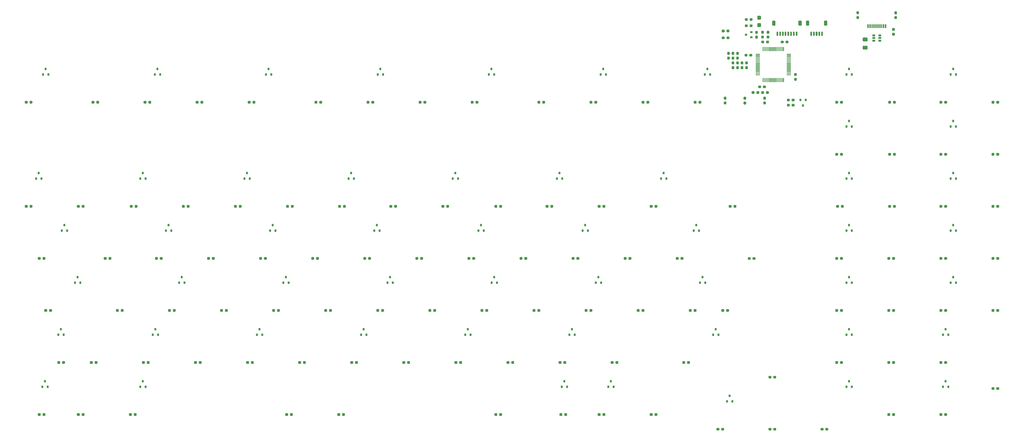
<source format=gbr>
G04 #@! TF.GenerationSoftware,KiCad,Pcbnew,(5.1.6)-1*
G04 #@! TF.CreationDate,2020-07-04T01:33:36+02:00*
G04 #@! TF.ProjectId,E80-1800-pcb-universal,4538302d-3138-4303-902d-7063622d756e,rev?*
G04 #@! TF.SameCoordinates,Original*
G04 #@! TF.FileFunction,Paste,Bot*
G04 #@! TF.FilePolarity,Positive*
%FSLAX46Y46*%
G04 Gerber Fmt 4.6, Leading zero omitted, Abs format (unit mm)*
G04 Created by KiCad (PCBNEW (5.1.6)-1) date 2020-07-04 01:33:36*
%MOMM*%
%LPD*%
G01*
G04 APERTURE LIST*
%ADD10R,0.800000X0.900000*%
%ADD11R,1.060000X0.650000*%
%ADD12R,0.600000X1.450000*%
%ADD13R,0.300000X1.450000*%
%ADD14R,0.900000X0.800000*%
G04 APERTURE END LIST*
G36*
G01*
X296885992Y23224999D02*
X296885992Y24525001D01*
G75*
G02*
X297135991Y24775000I249999J0D01*
G01*
X297835993Y24775000D01*
G75*
G02*
X298085992Y24525001I0J-249999D01*
G01*
X298085992Y23224999D01*
G75*
G02*
X297835993Y22975000I-249999J0D01*
G01*
X297135991Y22975000D01*
G75*
G02*
X296885992Y23224999I0J249999D01*
G01*
G37*
G36*
G01*
X290285992Y23224999D02*
X290285992Y24525001D01*
G75*
G02*
X290535991Y24775000I249999J0D01*
G01*
X291235993Y24775000D01*
G75*
G02*
X291485992Y24525001I0J-249999D01*
G01*
X291485992Y23224999D01*
G75*
G02*
X291235993Y22975000I-249999J0D01*
G01*
X290535991Y22975000D01*
G75*
G02*
X290285992Y23224999I0J249999D01*
G01*
G37*
G36*
G01*
X295885992Y19375000D02*
X295885992Y20625000D01*
G75*
G02*
X296035992Y20775000I150000J0D01*
G01*
X296335992Y20775000D01*
G75*
G02*
X296485992Y20625000I0J-150000D01*
G01*
X296485992Y19375000D01*
G75*
G02*
X296335992Y19225000I-150000J0D01*
G01*
X296035992Y19225000D01*
G75*
G02*
X295885992Y19375000I0J150000D01*
G01*
G37*
G36*
G01*
X294885992Y19375000D02*
X294885992Y20625000D01*
G75*
G02*
X295035992Y20775000I150000J0D01*
G01*
X295335992Y20775000D01*
G75*
G02*
X295485992Y20625000I0J-150000D01*
G01*
X295485992Y19375000D01*
G75*
G02*
X295335992Y19225000I-150000J0D01*
G01*
X295035992Y19225000D01*
G75*
G02*
X294885992Y19375000I0J150000D01*
G01*
G37*
G36*
G01*
X293885992Y19375000D02*
X293885992Y20625000D01*
G75*
G02*
X294035992Y20775000I150000J0D01*
G01*
X294335992Y20775000D01*
G75*
G02*
X294485992Y20625000I0J-150000D01*
G01*
X294485992Y19375000D01*
G75*
G02*
X294335992Y19225000I-150000J0D01*
G01*
X294035992Y19225000D01*
G75*
G02*
X293885992Y19375000I0J150000D01*
G01*
G37*
G36*
G01*
X292885992Y19375000D02*
X292885992Y20625000D01*
G75*
G02*
X293035992Y20775000I150000J0D01*
G01*
X293335992Y20775000D01*
G75*
G02*
X293485992Y20625000I0J-150000D01*
G01*
X293485992Y19375000D01*
G75*
G02*
X293335992Y19225000I-150000J0D01*
G01*
X293035992Y19225000D01*
G75*
G02*
X292885992Y19375000I0J150000D01*
G01*
G37*
G36*
G01*
X291885992Y19375000D02*
X291885992Y20625000D01*
G75*
G02*
X292035992Y20775000I150000J0D01*
G01*
X292335992Y20775000D01*
G75*
G02*
X292485992Y20625000I0J-150000D01*
G01*
X292485992Y19375000D01*
G75*
G02*
X292335992Y19225000I-150000J0D01*
G01*
X292035992Y19225000D01*
G75*
G02*
X291885992Y19375000I0J150000D01*
G01*
G37*
G36*
G01*
X260535992Y18727500D02*
X260535992Y18252500D01*
G75*
G02*
X260298492Y18015000I-237500J0D01*
G01*
X259723492Y18015000D01*
G75*
G02*
X259485992Y18252500I0J237500D01*
G01*
X259485992Y18727500D01*
G75*
G02*
X259723492Y18965000I237500J0D01*
G01*
X260298492Y18965000D01*
G75*
G02*
X260535992Y18727500I0J-237500D01*
G01*
G37*
G36*
G01*
X262285992Y18727500D02*
X262285992Y18252500D01*
G75*
G02*
X262048492Y18015000I-237500J0D01*
G01*
X261473492Y18015000D01*
G75*
G02*
X261235992Y18252500I0J237500D01*
G01*
X261235992Y18727500D01*
G75*
G02*
X261473492Y18965000I237500J0D01*
G01*
X262048492Y18965000D01*
G75*
G02*
X262285992Y18727500I0J-237500D01*
G01*
G37*
G36*
G01*
X260535992Y21237500D02*
X260535992Y20762500D01*
G75*
G02*
X260298492Y20525000I-237500J0D01*
G01*
X259723492Y20525000D01*
G75*
G02*
X259485992Y20762500I0J237500D01*
G01*
X259485992Y21237500D01*
G75*
G02*
X259723492Y21475000I237500J0D01*
G01*
X260298492Y21475000D01*
G75*
G02*
X260535992Y21237500I0J-237500D01*
G01*
G37*
G36*
G01*
X262285992Y21237500D02*
X262285992Y20762500D01*
G75*
G02*
X262048492Y20525000I-237500J0D01*
G01*
X261473492Y20525000D01*
G75*
G02*
X261235992Y20762500I0J237500D01*
G01*
X261235992Y21237500D01*
G75*
G02*
X261473492Y21475000I237500J0D01*
G01*
X262048492Y21475000D01*
G75*
G02*
X262285992Y21237500I0J-237500D01*
G01*
G37*
D10*
X47752000Y-107204000D03*
X46802000Y-109204000D03*
X48702000Y-109204000D03*
X11938000Y-107204000D03*
X10988000Y-109204000D03*
X12888000Y-109204000D03*
G36*
G01*
X266660992Y9845500D02*
X267135992Y9845500D01*
G75*
G02*
X267373492Y9608000I0J-237500D01*
G01*
X267373492Y9033000D01*
G75*
G02*
X267135992Y8795500I-237500J0D01*
G01*
X266660992Y8795500D01*
G75*
G02*
X266423492Y9033000I0J237500D01*
G01*
X266423492Y9608000D01*
G75*
G02*
X266660992Y9845500I237500J0D01*
G01*
G37*
G36*
G01*
X266660992Y8095500D02*
X267135992Y8095500D01*
G75*
G02*
X267373492Y7858000I0J-237500D01*
G01*
X267373492Y7283000D01*
G75*
G02*
X267135992Y7045500I-237500J0D01*
G01*
X266660992Y7045500D01*
G75*
G02*
X266423492Y7283000I0J237500D01*
G01*
X266423492Y7858000D01*
G75*
G02*
X266660992Y8095500I237500J0D01*
G01*
G37*
G36*
G01*
X275396990Y-4120400D02*
X274921990Y-4120400D01*
G75*
G02*
X274684490Y-3882900I0J237500D01*
G01*
X274684490Y-3307900D01*
G75*
G02*
X274921990Y-3070400I237500J0D01*
G01*
X275396990Y-3070400D01*
G75*
G02*
X275634490Y-3307900I0J-237500D01*
G01*
X275634490Y-3882900D01*
G75*
G02*
X275396990Y-4120400I-237500J0D01*
G01*
G37*
G36*
G01*
X275396990Y-5870400D02*
X274921990Y-5870400D01*
G75*
G02*
X274684490Y-5632900I0J237500D01*
G01*
X274684490Y-5057900D01*
G75*
G02*
X274921990Y-4820400I237500J0D01*
G01*
X275396990Y-4820400D01*
G75*
G02*
X275634490Y-5057900I0J-237500D01*
G01*
X275634490Y-5632900D01*
G75*
G02*
X275396990Y-5870400I-237500J0D01*
G01*
G37*
G36*
G01*
X268183390Y-4144500D02*
X267708390Y-4144500D01*
G75*
G02*
X267470890Y-3907000I0J237500D01*
G01*
X267470890Y-3332000D01*
G75*
G02*
X267708390Y-3094500I237500J0D01*
G01*
X268183390Y-3094500D01*
G75*
G02*
X268420890Y-3332000I0J-237500D01*
G01*
X268420890Y-3907000D01*
G75*
G02*
X268183390Y-4144500I-237500J0D01*
G01*
G37*
G36*
G01*
X268183390Y-5894500D02*
X267708390Y-5894500D01*
G75*
G02*
X267470890Y-5657000I0J237500D01*
G01*
X267470890Y-5082000D01*
G75*
G02*
X267708390Y-4844500I237500J0D01*
G01*
X268183390Y-4844500D01*
G75*
G02*
X268420890Y-5082000I0J-237500D01*
G01*
X268420890Y-5657000D01*
G75*
G02*
X268183390Y-5894500I-237500J0D01*
G01*
G37*
G36*
G01*
X260969790Y-4120400D02*
X260494790Y-4120400D01*
G75*
G02*
X260257290Y-3882900I0J237500D01*
G01*
X260257290Y-3307900D01*
G75*
G02*
X260494790Y-3070400I237500J0D01*
G01*
X260969790Y-3070400D01*
G75*
G02*
X261207290Y-3307900I0J-237500D01*
G01*
X261207290Y-3882900D01*
G75*
G02*
X260969790Y-4120400I-237500J0D01*
G01*
G37*
G36*
G01*
X260969790Y-5870400D02*
X260494790Y-5870400D01*
G75*
G02*
X260257290Y-5632900I0J237500D01*
G01*
X260257290Y-5057900D01*
G75*
G02*
X260494790Y-4820400I237500J0D01*
G01*
X260969790Y-4820400D01*
G75*
G02*
X261207290Y-5057900I0J-237500D01*
G01*
X261207290Y-5632900D01*
G75*
G02*
X260969790Y-5870400I-237500J0D01*
G01*
G37*
G36*
G01*
X285059890Y-6397000D02*
X285059890Y-5922000D01*
G75*
G02*
X285297390Y-5684500I237500J0D01*
G01*
X285872390Y-5684500D01*
G75*
G02*
X286109890Y-5922000I0J-237500D01*
G01*
X286109890Y-6397000D01*
G75*
G02*
X285872390Y-6634500I-237500J0D01*
G01*
X285297390Y-6634500D01*
G75*
G02*
X285059890Y-6397000I0J237500D01*
G01*
G37*
G36*
G01*
X283309890Y-6397000D02*
X283309890Y-5922000D01*
G75*
G02*
X283547390Y-5684500I237500J0D01*
G01*
X284122390Y-5684500D01*
G75*
G02*
X284359890Y-5922000I0J-237500D01*
G01*
X284359890Y-6397000D01*
G75*
G02*
X284122390Y-6634500I-237500J0D01*
G01*
X283547390Y-6634500D01*
G75*
G02*
X283309890Y-6397000I0J237500D01*
G01*
G37*
G36*
G01*
X322539390Y21037000D02*
X322064390Y21037000D01*
G75*
G02*
X321826890Y21274500I0J237500D01*
G01*
X321826890Y21849500D01*
G75*
G02*
X322064390Y22087000I237500J0D01*
G01*
X322539390Y22087000D01*
G75*
G02*
X322776890Y21849500I0J-237500D01*
G01*
X322776890Y21274500D01*
G75*
G02*
X322539390Y21037000I-237500J0D01*
G01*
G37*
G36*
G01*
X322539390Y19287000D02*
X322064390Y19287000D01*
G75*
G02*
X321826890Y19524500I0J237500D01*
G01*
X321826890Y20099500D01*
G75*
G02*
X322064390Y20337000I237500J0D01*
G01*
X322539390Y20337000D01*
G75*
G02*
X322776890Y20099500I0J-237500D01*
G01*
X322776890Y19524500D01*
G75*
G02*
X322539390Y19287000I-237500J0D01*
G01*
G37*
D11*
X315105890Y18417000D03*
X315105890Y19367000D03*
X315105890Y17467000D03*
X317305890Y17467000D03*
X317305890Y18417000D03*
X317305890Y19367000D03*
G36*
G01*
X309007500Y26449000D02*
X309482500Y26449000D01*
G75*
G02*
X309720000Y26211500I0J-237500D01*
G01*
X309720000Y25636500D01*
G75*
G02*
X309482500Y25399000I-237500J0D01*
G01*
X309007500Y25399000D01*
G75*
G02*
X308770000Y25636500I0J237500D01*
G01*
X308770000Y26211500D01*
G75*
G02*
X309007500Y26449000I237500J0D01*
G01*
G37*
G36*
G01*
X309007500Y28199000D02*
X309482500Y28199000D01*
G75*
G02*
X309720000Y27961500I0J-237500D01*
G01*
X309720000Y27386500D01*
G75*
G02*
X309482500Y27149000I-237500J0D01*
G01*
X309007500Y27149000D01*
G75*
G02*
X308770000Y27386500I0J237500D01*
G01*
X308770000Y27961500D01*
G75*
G02*
X309007500Y28199000I237500J0D01*
G01*
G37*
G36*
G01*
X322877190Y26421600D02*
X323352190Y26421600D01*
G75*
G02*
X323589690Y26184100I0J-237500D01*
G01*
X323589690Y25609100D01*
G75*
G02*
X323352190Y25371600I-237500J0D01*
G01*
X322877190Y25371600D01*
G75*
G02*
X322639690Y25609100I0J237500D01*
G01*
X322639690Y26184100D01*
G75*
G02*
X322877190Y26421600I237500J0D01*
G01*
G37*
G36*
G01*
X322877190Y28171600D02*
X323352190Y28171600D01*
G75*
G02*
X323589690Y27934100I0J-237500D01*
G01*
X323589690Y27359100D01*
G75*
G02*
X323352190Y27121600I-237500J0D01*
G01*
X322877190Y27121600D01*
G75*
G02*
X322639690Y27359100I0J237500D01*
G01*
X322639690Y27934100D01*
G75*
G02*
X322877190Y28171600I237500J0D01*
G01*
G37*
D12*
X319455890Y22731000D03*
X318655890Y22731000D03*
X313755890Y22731000D03*
X312955890Y22731000D03*
X312955890Y22731000D03*
X313755890Y22731000D03*
X318655890Y22731000D03*
X319455890Y22731000D03*
D13*
X314455890Y22731000D03*
X314955890Y22731000D03*
X315455890Y22731000D03*
X316455890Y22731000D03*
X316955890Y22731000D03*
X317455890Y22731000D03*
X317955890Y22731000D03*
X315955890Y22731000D03*
G36*
G01*
X312576390Y17158000D02*
X311326390Y17158000D01*
G75*
G02*
X311076390Y17408000I0J250000D01*
G01*
X311076390Y18333000D01*
G75*
G02*
X311326390Y18583000I250000J0D01*
G01*
X312576390Y18583000D01*
G75*
G02*
X312826390Y18333000I0J-250000D01*
G01*
X312826390Y17408000D01*
G75*
G02*
X312576390Y17158000I-250000J0D01*
G01*
G37*
G36*
G01*
X312576390Y14183000D02*
X311326390Y14183000D01*
G75*
G02*
X311076390Y14433000I0J250000D01*
G01*
X311076390Y15358000D01*
G75*
G02*
X311326390Y15608000I250000J0D01*
G01*
X312576390Y15608000D01*
G75*
G02*
X312826390Y15358000I0J-250000D01*
G01*
X312826390Y14433000D01*
G75*
G02*
X312576390Y14183000I-250000J0D01*
G01*
G37*
G36*
G01*
X274564250Y334000D02*
X274564250Y809000D01*
G75*
G02*
X274801750Y1046500I237500J0D01*
G01*
X275376750Y1046500D01*
G75*
G02*
X275614250Y809000I0J-237500D01*
G01*
X275614250Y334000D01*
G75*
G02*
X275376750Y96500I-237500J0D01*
G01*
X274801750Y96500D01*
G75*
G02*
X274564250Y334000I0J237500D01*
G01*
G37*
G36*
G01*
X272814250Y334000D02*
X272814250Y809000D01*
G75*
G02*
X273051750Y1046500I237500J0D01*
G01*
X273626750Y1046500D01*
G75*
G02*
X273864250Y809000I0J-237500D01*
G01*
X273864250Y334000D01*
G75*
G02*
X273626750Y96500I-237500J0D01*
G01*
X273051750Y96500D01*
G75*
G02*
X272814250Y334000I0J237500D01*
G01*
G37*
G36*
G01*
X265009992Y11588000D02*
X265484992Y11588000D01*
G75*
G02*
X265722492Y11350500I0J-237500D01*
G01*
X265722492Y10775500D01*
G75*
G02*
X265484992Y10538000I-237500J0D01*
G01*
X265009992Y10538000D01*
G75*
G02*
X264772492Y10775500I0J237500D01*
G01*
X264772492Y11350500D01*
G75*
G02*
X265009992Y11588000I237500J0D01*
G01*
G37*
G36*
G01*
X265009992Y13338000D02*
X265484992Y13338000D01*
G75*
G02*
X265722492Y13100500I0J-237500D01*
G01*
X265722492Y12525500D01*
G75*
G02*
X265484992Y12288000I-237500J0D01*
G01*
X265009992Y12288000D01*
G75*
G02*
X264772492Y12525500I0J237500D01*
G01*
X264772492Y13100500D01*
G75*
G02*
X265009992Y13338000I237500J0D01*
G01*
G37*
G36*
G01*
X274965750Y-1299000D02*
X274965750Y-1774000D01*
G75*
G02*
X274728250Y-2011500I-237500J0D01*
G01*
X274153250Y-2011500D01*
G75*
G02*
X273915750Y-1774000I0J237500D01*
G01*
X273915750Y-1299000D01*
G75*
G02*
X274153250Y-1061500I237500J0D01*
G01*
X274728250Y-1061500D01*
G75*
G02*
X274965750Y-1299000I0J-237500D01*
G01*
G37*
G36*
G01*
X276715750Y-1299000D02*
X276715750Y-1774000D01*
G75*
G02*
X276478250Y-2011500I-237500J0D01*
G01*
X275903250Y-2011500D01*
G75*
G02*
X275665750Y-1774000I0J237500D01*
G01*
X275665750Y-1299000D01*
G75*
G02*
X275903250Y-1061500I237500J0D01*
G01*
X276478250Y-1061500D01*
G75*
G02*
X276715750Y-1299000I0J-237500D01*
G01*
G37*
G36*
G01*
X268786992Y8795500D02*
X268311992Y8795500D01*
G75*
G02*
X268074492Y9033000I0J237500D01*
G01*
X268074492Y9608000D01*
G75*
G02*
X268311992Y9845500I237500J0D01*
G01*
X268786992Y9845500D01*
G75*
G02*
X269024492Y9608000I0J-237500D01*
G01*
X269024492Y9033000D01*
G75*
G02*
X268786992Y8795500I-237500J0D01*
G01*
G37*
G36*
G01*
X268786992Y7045500D02*
X268311992Y7045500D01*
G75*
G02*
X268074492Y7283000I0J237500D01*
G01*
X268074492Y7858000D01*
G75*
G02*
X268311992Y8095500I237500J0D01*
G01*
X268786992Y8095500D01*
G75*
G02*
X269024492Y7858000I0J-237500D01*
G01*
X269024492Y7283000D01*
G75*
G02*
X268786992Y7045500I-237500J0D01*
G01*
G37*
G36*
G01*
X272437890Y19971500D02*
X271962890Y19971500D01*
G75*
G02*
X271725390Y20209000I0J237500D01*
G01*
X271725390Y20784000D01*
G75*
G02*
X271962890Y21021500I237500J0D01*
G01*
X272437890Y21021500D01*
G75*
G02*
X272675390Y20784000I0J-237500D01*
G01*
X272675390Y20209000D01*
G75*
G02*
X272437890Y19971500I-237500J0D01*
G01*
G37*
G36*
G01*
X272437890Y18221500D02*
X271962890Y18221500D01*
G75*
G02*
X271725390Y18459000I0J237500D01*
G01*
X271725390Y19034000D01*
G75*
G02*
X271962890Y19271500I237500J0D01*
G01*
X272437890Y19271500D01*
G75*
G02*
X272675390Y19034000I0J-237500D01*
G01*
X272675390Y18459000D01*
G75*
G02*
X272437890Y18221500I-237500J0D01*
G01*
G37*
G36*
G01*
X276645390Y19996140D02*
X276170390Y19996140D01*
G75*
G02*
X275932890Y20233640I0J237500D01*
G01*
X275932890Y20808640D01*
G75*
G02*
X276170390Y21046140I237500J0D01*
G01*
X276645390Y21046140D01*
G75*
G02*
X276882890Y20808640I0J-237500D01*
G01*
X276882890Y20233640D01*
G75*
G02*
X276645390Y19996140I-237500J0D01*
G01*
G37*
G36*
G01*
X276645390Y18246140D02*
X276170390Y18246140D01*
G75*
G02*
X275932890Y18483640I0J237500D01*
G01*
X275932890Y19058640D01*
G75*
G02*
X276170390Y19296140I237500J0D01*
G01*
X276645390Y19296140D01*
G75*
G02*
X276882890Y19058640I0J-237500D01*
G01*
X276882890Y18483640D01*
G75*
G02*
X276645390Y18246140I-237500J0D01*
G01*
G37*
G36*
G01*
X282137390Y17209000D02*
X282137390Y16734000D01*
G75*
G02*
X281899890Y16496500I-237500J0D01*
G01*
X281324890Y16496500D01*
G75*
G02*
X281087390Y16734000I0J237500D01*
G01*
X281087390Y17209000D01*
G75*
G02*
X281324890Y17446500I237500J0D01*
G01*
X281899890Y17446500D01*
G75*
G02*
X282137390Y17209000I0J-237500D01*
G01*
G37*
G36*
G01*
X283887390Y17209000D02*
X283887390Y16734000D01*
G75*
G02*
X283649890Y16496500I-237500J0D01*
G01*
X283074890Y16496500D01*
G75*
G02*
X282837390Y16734000I0J237500D01*
G01*
X282837390Y17209000D01*
G75*
G02*
X283074890Y17446500I237500J0D01*
G01*
X283649890Y17446500D01*
G75*
G02*
X283887390Y17209000I0J-237500D01*
G01*
G37*
G36*
G01*
X275000750Y17209000D02*
X275000750Y16734000D01*
G75*
G02*
X274763250Y16496500I-237500J0D01*
G01*
X274188250Y16496500D01*
G75*
G02*
X273950750Y16734000I0J237500D01*
G01*
X273950750Y17209000D01*
G75*
G02*
X274188250Y17446500I237500J0D01*
G01*
X274763250Y17446500D01*
G75*
G02*
X275000750Y17209000I0J-237500D01*
G01*
G37*
G36*
G01*
X276750750Y17209000D02*
X276750750Y16734000D01*
G75*
G02*
X276513250Y16496500I-237500J0D01*
G01*
X275938250Y16496500D01*
G75*
G02*
X275700750Y16734000I0J237500D01*
G01*
X275700750Y17209000D01*
G75*
G02*
X275938250Y17446500I237500J0D01*
G01*
X276513250Y17446500D01*
G75*
G02*
X276750750Y17209000I0J-237500D01*
G01*
G37*
G36*
G01*
X268890000Y12366508D02*
X268890000Y11891508D01*
G75*
G02*
X268652500Y11654008I-237500J0D01*
G01*
X268077500Y11654008D01*
G75*
G02*
X267840000Y11891508I0J237500D01*
G01*
X267840000Y12366508D01*
G75*
G02*
X268077500Y12604008I237500J0D01*
G01*
X268652500Y12604008D01*
G75*
G02*
X268890000Y12366508I0J-237500D01*
G01*
G37*
G36*
G01*
X270640000Y12366508D02*
X270640000Y11891508D01*
G75*
G02*
X270402500Y11654008I-237500J0D01*
G01*
X269827500Y11654008D01*
G75*
G02*
X269590000Y11891508I0J237500D01*
G01*
X269590000Y12366508D01*
G75*
G02*
X269827500Y12604008I237500J0D01*
G01*
X270402500Y12604008D01*
G75*
G02*
X270640000Y12366508I0J-237500D01*
G01*
G37*
G36*
G01*
X286686000Y4541508D02*
X286211000Y4541508D01*
G75*
G02*
X285973500Y4779008I0J237500D01*
G01*
X285973500Y5354008D01*
G75*
G02*
X286211000Y5591508I237500J0D01*
G01*
X286686000Y5591508D01*
G75*
G02*
X286923500Y5354008I0J-237500D01*
G01*
X286923500Y4779008D01*
G75*
G02*
X286686000Y4541508I-237500J0D01*
G01*
G37*
G36*
G01*
X286686000Y2791508D02*
X286211000Y2791508D01*
G75*
G02*
X285973500Y3029008I0J237500D01*
G01*
X285973500Y3604008D01*
G75*
G02*
X286211000Y3841508I237500J0D01*
G01*
X286686000Y3841508D01*
G75*
G02*
X286923500Y3604008I0J-237500D01*
G01*
X286923500Y3029008D01*
G75*
G02*
X286686000Y2791508I-237500J0D01*
G01*
G37*
G36*
G01*
X274645390Y19996140D02*
X274170390Y19996140D01*
G75*
G02*
X273932890Y20233640I0J237500D01*
G01*
X273932890Y20808640D01*
G75*
G02*
X274170390Y21046140I237500J0D01*
G01*
X274645390Y21046140D01*
G75*
G02*
X274882890Y20808640I0J-237500D01*
G01*
X274882890Y20233640D01*
G75*
G02*
X274645390Y19996140I-237500J0D01*
G01*
G37*
G36*
G01*
X274645390Y18246140D02*
X274170390Y18246140D01*
G75*
G02*
X273932890Y18483640I0J237500D01*
G01*
X273932890Y19058640D01*
G75*
G02*
X274170390Y19296140I237500J0D01*
G01*
X274645390Y19296140D01*
G75*
G02*
X274882890Y19058640I0J-237500D01*
G01*
X274882890Y18483640D01*
G75*
G02*
X274645390Y18246140I-237500J0D01*
G01*
G37*
G36*
G01*
X269692890Y24964360D02*
X269692890Y25439360D01*
G75*
G02*
X269930390Y25676860I237500J0D01*
G01*
X270505390Y25676860D01*
G75*
G02*
X270742890Y25439360I0J-237500D01*
G01*
X270742890Y24964360D01*
G75*
G02*
X270505390Y24726860I-237500J0D01*
G01*
X269930390Y24726860D01*
G75*
G02*
X269692890Y24964360I0J237500D01*
G01*
G37*
G36*
G01*
X267942890Y24964360D02*
X267942890Y25439360D01*
G75*
G02*
X268180390Y25676860I237500J0D01*
G01*
X268755390Y25676860D01*
G75*
G02*
X268992890Y25439360I0J-237500D01*
G01*
X268992890Y24964360D01*
G75*
G02*
X268755390Y24726860I-237500J0D01*
G01*
X268180390Y24726860D01*
G75*
G02*
X267942890Y24964360I0J237500D01*
G01*
G37*
G36*
G01*
X269692890Y22678360D02*
X269692890Y23153360D01*
G75*
G02*
X269930390Y23390860I237500J0D01*
G01*
X270505390Y23390860D01*
G75*
G02*
X270742890Y23153360I0J-237500D01*
G01*
X270742890Y22678360D01*
G75*
G02*
X270505390Y22440860I-237500J0D01*
G01*
X269930390Y22440860D01*
G75*
G02*
X269692890Y22678360I0J237500D01*
G01*
G37*
G36*
G01*
X267942890Y22678360D02*
X267942890Y23153360D01*
G75*
G02*
X268180390Y23390860I237500J0D01*
G01*
X268755390Y23390860D01*
G75*
G02*
X268992890Y23153360I0J-237500D01*
G01*
X268992890Y22678360D01*
G75*
G02*
X268755390Y22440860I-237500J0D01*
G01*
X268180390Y22440860D01*
G75*
G02*
X267942890Y22678360I0J237500D01*
G01*
G37*
G36*
G01*
X277661255Y-124500413D02*
X277661255Y-124975413D01*
G75*
G02*
X277423755Y-125212913I-237500J0D01*
G01*
X276848755Y-125212913D01*
G75*
G02*
X276611255Y-124975413I0J237500D01*
G01*
X276611255Y-124500413D01*
G75*
G02*
X276848755Y-124262913I237500J0D01*
G01*
X277423755Y-124262913D01*
G75*
G02*
X277661255Y-124500413I0J-237500D01*
G01*
G37*
G36*
G01*
X279411255Y-124500413D02*
X279411255Y-124975413D01*
G75*
G02*
X279173755Y-125212913I-237500J0D01*
G01*
X278598755Y-125212913D01*
G75*
G02*
X278361255Y-124975413I0J237500D01*
G01*
X278361255Y-124500413D01*
G75*
G02*
X278598755Y-124262913I237500J0D01*
G01*
X279173755Y-124262913D01*
G75*
G02*
X279411255Y-124500413I0J-237500D01*
G01*
G37*
G36*
G01*
X258611175Y-124500413D02*
X258611175Y-124975413D01*
G75*
G02*
X258373675Y-125212913I-237500J0D01*
G01*
X257798675Y-125212913D01*
G75*
G02*
X257561175Y-124975413I0J237500D01*
G01*
X257561175Y-124500413D01*
G75*
G02*
X257798675Y-124262913I237500J0D01*
G01*
X258373675Y-124262913D01*
G75*
G02*
X258611175Y-124500413I0J-237500D01*
G01*
G37*
G36*
G01*
X260361175Y-124500413D02*
X260361175Y-124975413D01*
G75*
G02*
X260123675Y-125212913I-237500J0D01*
G01*
X259548675Y-125212913D01*
G75*
G02*
X259311175Y-124975413I0J237500D01*
G01*
X259311175Y-124500413D01*
G75*
G02*
X259548675Y-124262913I237500J0D01*
G01*
X260123675Y-124262913D01*
G75*
G02*
X260361175Y-124500413I0J-237500D01*
G01*
G37*
G36*
G01*
X234204110Y-119142820D02*
X234204110Y-119617820D01*
G75*
G02*
X233966610Y-119855320I-237500J0D01*
G01*
X233391610Y-119855320D01*
G75*
G02*
X233154110Y-119617820I0J237500D01*
G01*
X233154110Y-119142820D01*
G75*
G02*
X233391610Y-118905320I237500J0D01*
G01*
X233966610Y-118905320D01*
G75*
G02*
X234204110Y-119142820I0J-237500D01*
G01*
G37*
G36*
G01*
X235954110Y-119142820D02*
X235954110Y-119617820D01*
G75*
G02*
X235716610Y-119855320I-237500J0D01*
G01*
X235141610Y-119855320D01*
G75*
G02*
X234904110Y-119617820I0J237500D01*
G01*
X234904110Y-119142820D01*
G75*
G02*
X235141610Y-118905320I237500J0D01*
G01*
X235716610Y-118905320D01*
G75*
G02*
X235954110Y-119142820I0J-237500D01*
G01*
G37*
G36*
G01*
X215154030Y-119142820D02*
X215154030Y-119617820D01*
G75*
G02*
X214916530Y-119855320I-237500J0D01*
G01*
X214341530Y-119855320D01*
G75*
G02*
X214104030Y-119617820I0J237500D01*
G01*
X214104030Y-119142820D01*
G75*
G02*
X214341530Y-118905320I237500J0D01*
G01*
X214916530Y-118905320D01*
G75*
G02*
X215154030Y-119142820I0J-237500D01*
G01*
G37*
G36*
G01*
X216904030Y-119142820D02*
X216904030Y-119617820D01*
G75*
G02*
X216666530Y-119855320I-237500J0D01*
G01*
X216091530Y-119855320D01*
G75*
G02*
X215854030Y-119617820I0J237500D01*
G01*
X215854030Y-119142820D01*
G75*
G02*
X216091530Y-118905320I237500J0D01*
G01*
X216666530Y-118905320D01*
G75*
G02*
X216904030Y-119142820I0J-237500D01*
G01*
G37*
G36*
G01*
X201182100Y-119142820D02*
X201182100Y-119617820D01*
G75*
G02*
X200944600Y-119855320I-237500J0D01*
G01*
X200369600Y-119855320D01*
G75*
G02*
X200132100Y-119617820I0J237500D01*
G01*
X200132100Y-119142820D01*
G75*
G02*
X200369600Y-118905320I237500J0D01*
G01*
X200944600Y-118905320D01*
G75*
G02*
X201182100Y-119142820I0J-237500D01*
G01*
G37*
G36*
G01*
X202932100Y-119142820D02*
X202932100Y-119617820D01*
G75*
G02*
X202694600Y-119855320I-237500J0D01*
G01*
X202119600Y-119855320D01*
G75*
G02*
X201882100Y-119617820I0J237500D01*
G01*
X201882100Y-119142820D01*
G75*
G02*
X202119600Y-118905320I237500J0D01*
G01*
X202694600Y-118905320D01*
G75*
G02*
X202932100Y-119142820I0J-237500D01*
G01*
G37*
G36*
G01*
X177369500Y-119142820D02*
X177369500Y-119617820D01*
G75*
G02*
X177132000Y-119855320I-237500J0D01*
G01*
X176557000Y-119855320D01*
G75*
G02*
X176319500Y-119617820I0J237500D01*
G01*
X176319500Y-119142820D01*
G75*
G02*
X176557000Y-118905320I237500J0D01*
G01*
X177132000Y-118905320D01*
G75*
G02*
X177369500Y-119142820I0J-237500D01*
G01*
G37*
G36*
G01*
X179119500Y-119142820D02*
X179119500Y-119617820D01*
G75*
G02*
X178882000Y-119855320I-237500J0D01*
G01*
X178307000Y-119855320D01*
G75*
G02*
X178069500Y-119617820I0J237500D01*
G01*
X178069500Y-119142820D01*
G75*
G02*
X178307000Y-118905320I237500J0D01*
G01*
X178882000Y-118905320D01*
G75*
G02*
X179119500Y-119142820I0J-237500D01*
G01*
G37*
G36*
G01*
X43703310Y-119142820D02*
X43703310Y-119617820D01*
G75*
G02*
X43465810Y-119855320I-237500J0D01*
G01*
X42890810Y-119855320D01*
G75*
G02*
X42653310Y-119617820I0J237500D01*
G01*
X42653310Y-119142820D01*
G75*
G02*
X42890810Y-118905320I237500J0D01*
G01*
X43465810Y-118905320D01*
G75*
G02*
X43703310Y-119142820I0J-237500D01*
G01*
G37*
G36*
G01*
X45453310Y-119142820D02*
X45453310Y-119617820D01*
G75*
G02*
X45215810Y-119855320I-237500J0D01*
G01*
X44640810Y-119855320D01*
G75*
G02*
X44403310Y-119617820I0J237500D01*
G01*
X44403310Y-119142820D01*
G75*
G02*
X44640810Y-118905320I237500J0D01*
G01*
X45215810Y-118905320D01*
G75*
G02*
X45453310Y-119142820I0J-237500D01*
G01*
G37*
G36*
G01*
X24653230Y-119142820D02*
X24653230Y-119617820D01*
G75*
G02*
X24415730Y-119855320I-237500J0D01*
G01*
X23840730Y-119855320D01*
G75*
G02*
X23603230Y-119617820I0J237500D01*
G01*
X23603230Y-119142820D01*
G75*
G02*
X23840730Y-118905320I237500J0D01*
G01*
X24415730Y-118905320D01*
G75*
G02*
X24653230Y-119142820I0J-237500D01*
G01*
G37*
G36*
G01*
X26403230Y-119142820D02*
X26403230Y-119617820D01*
G75*
G02*
X26165730Y-119855320I-237500J0D01*
G01*
X25590730Y-119855320D01*
G75*
G02*
X25353230Y-119617820I0J237500D01*
G01*
X25353230Y-119142820D01*
G75*
G02*
X25590730Y-118905320I237500J0D01*
G01*
X26165730Y-118905320D01*
G75*
G02*
X26403230Y-119142820I0J-237500D01*
G01*
G37*
G36*
G01*
X10365670Y-119142820D02*
X10365670Y-119617820D01*
G75*
G02*
X10128170Y-119855320I-237500J0D01*
G01*
X9553170Y-119855320D01*
G75*
G02*
X9315670Y-119617820I0J237500D01*
G01*
X9315670Y-119142820D01*
G75*
G02*
X9553170Y-118905320I237500J0D01*
G01*
X10128170Y-118905320D01*
G75*
G02*
X10365670Y-119142820I0J-237500D01*
G01*
G37*
G36*
G01*
X12115670Y-119142820D02*
X12115670Y-119617820D01*
G75*
G02*
X11878170Y-119855320I-237500J0D01*
G01*
X11303170Y-119855320D01*
G75*
G02*
X11065670Y-119617820I0J237500D01*
G01*
X11065670Y-119142820D01*
G75*
G02*
X11303170Y-118905320I237500J0D01*
G01*
X11878170Y-118905320D01*
G75*
G02*
X12115670Y-119142820I0J-237500D01*
G01*
G37*
G36*
G01*
X277661255Y-105450333D02*
X277661255Y-105925333D01*
G75*
G02*
X277423755Y-106162833I-237500J0D01*
G01*
X276848755Y-106162833D01*
G75*
G02*
X276611255Y-105925333I0J237500D01*
G01*
X276611255Y-105450333D01*
G75*
G02*
X276848755Y-105212833I237500J0D01*
G01*
X277423755Y-105212833D01*
G75*
G02*
X277661255Y-105450333I0J-237500D01*
G01*
G37*
G36*
G01*
X279411255Y-105450333D02*
X279411255Y-105925333D01*
G75*
G02*
X279173755Y-106162833I-237500J0D01*
G01*
X278598755Y-106162833D01*
G75*
G02*
X278361255Y-105925333I0J237500D01*
G01*
X278361255Y-105450333D01*
G75*
G02*
X278598755Y-105212833I237500J0D01*
G01*
X279173755Y-105212833D01*
G75*
G02*
X279411255Y-105450333I0J-237500D01*
G01*
G37*
G36*
G01*
X246110410Y-100092740D02*
X246110410Y-100567740D01*
G75*
G02*
X245872910Y-100805240I-237500J0D01*
G01*
X245297910Y-100805240D01*
G75*
G02*
X245060410Y-100567740I0J237500D01*
G01*
X245060410Y-100092740D01*
G75*
G02*
X245297910Y-99855240I237500J0D01*
G01*
X245872910Y-99855240D01*
G75*
G02*
X246110410Y-100092740I0J-237500D01*
G01*
G37*
G36*
G01*
X247860410Y-100092740D02*
X247860410Y-100567740D01*
G75*
G02*
X247622910Y-100805240I-237500J0D01*
G01*
X247047910Y-100805240D01*
G75*
G02*
X246810410Y-100567740I0J237500D01*
G01*
X246810410Y-100092740D01*
G75*
G02*
X247047910Y-99855240I237500J0D01*
G01*
X247622910Y-99855240D01*
G75*
G02*
X247860410Y-100092740I0J-237500D01*
G01*
G37*
G36*
G01*
X219916550Y-100092740D02*
X219916550Y-100567740D01*
G75*
G02*
X219679050Y-100805240I-237500J0D01*
G01*
X219104050Y-100805240D01*
G75*
G02*
X218866550Y-100567740I0J237500D01*
G01*
X218866550Y-100092740D01*
G75*
G02*
X219104050Y-99855240I237500J0D01*
G01*
X219679050Y-99855240D01*
G75*
G02*
X219916550Y-100092740I0J-237500D01*
G01*
G37*
G36*
G01*
X221666550Y-100092740D02*
X221666550Y-100567740D01*
G75*
G02*
X221429050Y-100805240I-237500J0D01*
G01*
X220854050Y-100805240D01*
G75*
G02*
X220616550Y-100567740I0J237500D01*
G01*
X220616550Y-100092740D01*
G75*
G02*
X220854050Y-99855240I237500J0D01*
G01*
X221429050Y-99855240D01*
G75*
G02*
X221666550Y-100092740I0J-237500D01*
G01*
G37*
G36*
G01*
X200866470Y-100092740D02*
X200866470Y-100567740D01*
G75*
G02*
X200628970Y-100805240I-237500J0D01*
G01*
X200053970Y-100805240D01*
G75*
G02*
X199816470Y-100567740I0J237500D01*
G01*
X199816470Y-100092740D01*
G75*
G02*
X200053970Y-99855240I237500J0D01*
G01*
X200628970Y-99855240D01*
G75*
G02*
X200866470Y-100092740I0J-237500D01*
G01*
G37*
G36*
G01*
X202616470Y-100092740D02*
X202616470Y-100567740D01*
G75*
G02*
X202378970Y-100805240I-237500J0D01*
G01*
X201803970Y-100805240D01*
G75*
G02*
X201566470Y-100567740I0J237500D01*
G01*
X201566470Y-100092740D01*
G75*
G02*
X201803970Y-99855240I237500J0D01*
G01*
X202378970Y-99855240D01*
G75*
G02*
X202616470Y-100092740I0J-237500D01*
G01*
G37*
G36*
G01*
X181816390Y-100092740D02*
X181816390Y-100567740D01*
G75*
G02*
X181578890Y-100805240I-237500J0D01*
G01*
X181003890Y-100805240D01*
G75*
G02*
X180766390Y-100567740I0J237500D01*
G01*
X180766390Y-100092740D01*
G75*
G02*
X181003890Y-99855240I237500J0D01*
G01*
X181578890Y-99855240D01*
G75*
G02*
X181816390Y-100092740I0J-237500D01*
G01*
G37*
G36*
G01*
X183566390Y-100092740D02*
X183566390Y-100567740D01*
G75*
G02*
X183328890Y-100805240I-237500J0D01*
G01*
X182753890Y-100805240D01*
G75*
G02*
X182516390Y-100567740I0J237500D01*
G01*
X182516390Y-100092740D01*
G75*
G02*
X182753890Y-99855240I237500J0D01*
G01*
X183328890Y-99855240D01*
G75*
G02*
X183566390Y-100092740I0J-237500D01*
G01*
G37*
G36*
G01*
X162766310Y-100092740D02*
X162766310Y-100567740D01*
G75*
G02*
X162528810Y-100805240I-237500J0D01*
G01*
X161953810Y-100805240D01*
G75*
G02*
X161716310Y-100567740I0J237500D01*
G01*
X161716310Y-100092740D01*
G75*
G02*
X161953810Y-99855240I237500J0D01*
G01*
X162528810Y-99855240D01*
G75*
G02*
X162766310Y-100092740I0J-237500D01*
G01*
G37*
G36*
G01*
X164516310Y-100092740D02*
X164516310Y-100567740D01*
G75*
G02*
X164278810Y-100805240I-237500J0D01*
G01*
X163703810Y-100805240D01*
G75*
G02*
X163466310Y-100567740I0J237500D01*
G01*
X163466310Y-100092740D01*
G75*
G02*
X163703810Y-99855240I237500J0D01*
G01*
X164278810Y-99855240D01*
G75*
G02*
X164516310Y-100092740I0J-237500D01*
G01*
G37*
G36*
G01*
X143716230Y-100092740D02*
X143716230Y-100567740D01*
G75*
G02*
X143478730Y-100805240I-237500J0D01*
G01*
X142903730Y-100805240D01*
G75*
G02*
X142666230Y-100567740I0J237500D01*
G01*
X142666230Y-100092740D01*
G75*
G02*
X142903730Y-99855240I237500J0D01*
G01*
X143478730Y-99855240D01*
G75*
G02*
X143716230Y-100092740I0J-237500D01*
G01*
G37*
G36*
G01*
X145466230Y-100092740D02*
X145466230Y-100567740D01*
G75*
G02*
X145228730Y-100805240I-237500J0D01*
G01*
X144653730Y-100805240D01*
G75*
G02*
X144416230Y-100567740I0J237500D01*
G01*
X144416230Y-100092740D01*
G75*
G02*
X144653730Y-99855240I237500J0D01*
G01*
X145228730Y-99855240D01*
G75*
G02*
X145466230Y-100092740I0J-237500D01*
G01*
G37*
G36*
G01*
X124666150Y-100092740D02*
X124666150Y-100567740D01*
G75*
G02*
X124428650Y-100805240I-237500J0D01*
G01*
X123853650Y-100805240D01*
G75*
G02*
X123616150Y-100567740I0J237500D01*
G01*
X123616150Y-100092740D01*
G75*
G02*
X123853650Y-99855240I237500J0D01*
G01*
X124428650Y-99855240D01*
G75*
G02*
X124666150Y-100092740I0J-237500D01*
G01*
G37*
G36*
G01*
X126416150Y-100092740D02*
X126416150Y-100567740D01*
G75*
G02*
X126178650Y-100805240I-237500J0D01*
G01*
X125603650Y-100805240D01*
G75*
G02*
X125366150Y-100567740I0J237500D01*
G01*
X125366150Y-100092740D01*
G75*
G02*
X125603650Y-99855240I237500J0D01*
G01*
X126178650Y-99855240D01*
G75*
G02*
X126416150Y-100092740I0J-237500D01*
G01*
G37*
G36*
G01*
X105616070Y-100092740D02*
X105616070Y-100567740D01*
G75*
G02*
X105378570Y-100805240I-237500J0D01*
G01*
X104803570Y-100805240D01*
G75*
G02*
X104566070Y-100567740I0J237500D01*
G01*
X104566070Y-100092740D01*
G75*
G02*
X104803570Y-99855240I237500J0D01*
G01*
X105378570Y-99855240D01*
G75*
G02*
X105616070Y-100092740I0J-237500D01*
G01*
G37*
G36*
G01*
X107366070Y-100092740D02*
X107366070Y-100567740D01*
G75*
G02*
X107128570Y-100805240I-237500J0D01*
G01*
X106553570Y-100805240D01*
G75*
G02*
X106316070Y-100567740I0J237500D01*
G01*
X106316070Y-100092740D01*
G75*
G02*
X106553570Y-99855240I237500J0D01*
G01*
X107128570Y-99855240D01*
G75*
G02*
X107366070Y-100092740I0J-237500D01*
G01*
G37*
G36*
G01*
X86565990Y-100092740D02*
X86565990Y-100567740D01*
G75*
G02*
X86328490Y-100805240I-237500J0D01*
G01*
X85753490Y-100805240D01*
G75*
G02*
X85515990Y-100567740I0J237500D01*
G01*
X85515990Y-100092740D01*
G75*
G02*
X85753490Y-99855240I237500J0D01*
G01*
X86328490Y-99855240D01*
G75*
G02*
X86565990Y-100092740I0J-237500D01*
G01*
G37*
G36*
G01*
X88315990Y-100092740D02*
X88315990Y-100567740D01*
G75*
G02*
X88078490Y-100805240I-237500J0D01*
G01*
X87503490Y-100805240D01*
G75*
G02*
X87265990Y-100567740I0J237500D01*
G01*
X87265990Y-100092740D01*
G75*
G02*
X87503490Y-99855240I237500J0D01*
G01*
X88078490Y-99855240D01*
G75*
G02*
X88315990Y-100092740I0J-237500D01*
G01*
G37*
G36*
G01*
X67515910Y-100092740D02*
X67515910Y-100567740D01*
G75*
G02*
X67278410Y-100805240I-237500J0D01*
G01*
X66703410Y-100805240D01*
G75*
G02*
X66465910Y-100567740I0J237500D01*
G01*
X66465910Y-100092740D01*
G75*
G02*
X66703410Y-99855240I237500J0D01*
G01*
X67278410Y-99855240D01*
G75*
G02*
X67515910Y-100092740I0J-237500D01*
G01*
G37*
G36*
G01*
X69265910Y-100092740D02*
X69265910Y-100567740D01*
G75*
G02*
X69028410Y-100805240I-237500J0D01*
G01*
X68453410Y-100805240D01*
G75*
G02*
X68215910Y-100567740I0J237500D01*
G01*
X68215910Y-100092740D01*
G75*
G02*
X68453410Y-99855240I237500J0D01*
G01*
X69028410Y-99855240D01*
G75*
G02*
X69265910Y-100092740I0J-237500D01*
G01*
G37*
G36*
G01*
X48465830Y-100092740D02*
X48465830Y-100567740D01*
G75*
G02*
X48228330Y-100805240I-237500J0D01*
G01*
X47653330Y-100805240D01*
G75*
G02*
X47415830Y-100567740I0J237500D01*
G01*
X47415830Y-100092740D01*
G75*
G02*
X47653330Y-99855240I237500J0D01*
G01*
X48228330Y-99855240D01*
G75*
G02*
X48465830Y-100092740I0J-237500D01*
G01*
G37*
G36*
G01*
X50215830Y-100092740D02*
X50215830Y-100567740D01*
G75*
G02*
X49978330Y-100805240I-237500J0D01*
G01*
X49403330Y-100805240D01*
G75*
G02*
X49165830Y-100567740I0J237500D01*
G01*
X49165830Y-100092740D01*
G75*
G02*
X49403330Y-99855240I237500J0D01*
G01*
X49978330Y-99855240D01*
G75*
G02*
X50215830Y-100092740I0J-237500D01*
G01*
G37*
G36*
G01*
X29415750Y-100092740D02*
X29415750Y-100567740D01*
G75*
G02*
X29178250Y-100805240I-237500J0D01*
G01*
X28603250Y-100805240D01*
G75*
G02*
X28365750Y-100567740I0J237500D01*
G01*
X28365750Y-100092740D01*
G75*
G02*
X28603250Y-99855240I237500J0D01*
G01*
X29178250Y-99855240D01*
G75*
G02*
X29415750Y-100092740I0J-237500D01*
G01*
G37*
G36*
G01*
X31165750Y-100092740D02*
X31165750Y-100567740D01*
G75*
G02*
X30928250Y-100805240I-237500J0D01*
G01*
X30353250Y-100805240D01*
G75*
G02*
X30115750Y-100567740I0J237500D01*
G01*
X30115750Y-100092740D01*
G75*
G02*
X30353250Y-99855240I237500J0D01*
G01*
X30928250Y-99855240D01*
G75*
G02*
X31165750Y-100092740I0J-237500D01*
G01*
G37*
G36*
G01*
X17509450Y-100092740D02*
X17509450Y-100567740D01*
G75*
G02*
X17271950Y-100805240I-237500J0D01*
G01*
X16696950Y-100805240D01*
G75*
G02*
X16459450Y-100567740I0J237500D01*
G01*
X16459450Y-100092740D01*
G75*
G02*
X16696950Y-99855240I237500J0D01*
G01*
X17271950Y-99855240D01*
G75*
G02*
X17509450Y-100092740I0J-237500D01*
G01*
G37*
G36*
G01*
X19259450Y-100092740D02*
X19259450Y-100567740D01*
G75*
G02*
X19021950Y-100805240I-237500J0D01*
G01*
X18446950Y-100805240D01*
G75*
G02*
X18209450Y-100567740I0J237500D01*
G01*
X18209450Y-100092740D01*
G75*
G02*
X18446950Y-99855240I237500J0D01*
G01*
X19021950Y-99855240D01*
G75*
G02*
X19259450Y-100092740I0J-237500D01*
G01*
G37*
G36*
G01*
X260397970Y-81042660D02*
X260397970Y-81517660D01*
G75*
G02*
X260160470Y-81755160I-237500J0D01*
G01*
X259585470Y-81755160D01*
G75*
G02*
X259347970Y-81517660I0J237500D01*
G01*
X259347970Y-81042660D01*
G75*
G02*
X259585470Y-80805160I237500J0D01*
G01*
X260160470Y-80805160D01*
G75*
G02*
X260397970Y-81042660I0J-237500D01*
G01*
G37*
G36*
G01*
X262147970Y-81042660D02*
X262147970Y-81517660D01*
G75*
G02*
X261910470Y-81755160I-237500J0D01*
G01*
X261335470Y-81755160D01*
G75*
G02*
X261097970Y-81517660I0J237500D01*
G01*
X261097970Y-81042660D01*
G75*
G02*
X261335470Y-80805160I237500J0D01*
G01*
X261910470Y-80805160D01*
G75*
G02*
X262147970Y-81042660I0J-237500D01*
G01*
G37*
G36*
G01*
X248491670Y-81042660D02*
X248491670Y-81517660D01*
G75*
G02*
X248254170Y-81755160I-237500J0D01*
G01*
X247679170Y-81755160D01*
G75*
G02*
X247441670Y-81517660I0J237500D01*
G01*
X247441670Y-81042660D01*
G75*
G02*
X247679170Y-80805160I237500J0D01*
G01*
X248254170Y-80805160D01*
G75*
G02*
X248491670Y-81042660I0J-237500D01*
G01*
G37*
G36*
G01*
X250241670Y-81042660D02*
X250241670Y-81517660D01*
G75*
G02*
X250004170Y-81755160I-237500J0D01*
G01*
X249429170Y-81755160D01*
G75*
G02*
X249191670Y-81517660I0J237500D01*
G01*
X249191670Y-81042660D01*
G75*
G02*
X249429170Y-80805160I237500J0D01*
G01*
X250004170Y-80805160D01*
G75*
G02*
X250241670Y-81042660I0J-237500D01*
G01*
G37*
G36*
G01*
X229441590Y-81042660D02*
X229441590Y-81517660D01*
G75*
G02*
X229204090Y-81755160I-237500J0D01*
G01*
X228629090Y-81755160D01*
G75*
G02*
X228391590Y-81517660I0J237500D01*
G01*
X228391590Y-81042660D01*
G75*
G02*
X228629090Y-80805160I237500J0D01*
G01*
X229204090Y-80805160D01*
G75*
G02*
X229441590Y-81042660I0J-237500D01*
G01*
G37*
G36*
G01*
X231191590Y-81042660D02*
X231191590Y-81517660D01*
G75*
G02*
X230954090Y-81755160I-237500J0D01*
G01*
X230379090Y-81755160D01*
G75*
G02*
X230141590Y-81517660I0J237500D01*
G01*
X230141590Y-81042660D01*
G75*
G02*
X230379090Y-80805160I237500J0D01*
G01*
X230954090Y-80805160D01*
G75*
G02*
X231191590Y-81042660I0J-237500D01*
G01*
G37*
G36*
G01*
X210391510Y-81042660D02*
X210391510Y-81517660D01*
G75*
G02*
X210154010Y-81755160I-237500J0D01*
G01*
X209579010Y-81755160D01*
G75*
G02*
X209341510Y-81517660I0J237500D01*
G01*
X209341510Y-81042660D01*
G75*
G02*
X209579010Y-80805160I237500J0D01*
G01*
X210154010Y-80805160D01*
G75*
G02*
X210391510Y-81042660I0J-237500D01*
G01*
G37*
G36*
G01*
X212141510Y-81042660D02*
X212141510Y-81517660D01*
G75*
G02*
X211904010Y-81755160I-237500J0D01*
G01*
X211329010Y-81755160D01*
G75*
G02*
X211091510Y-81517660I0J237500D01*
G01*
X211091510Y-81042660D01*
G75*
G02*
X211329010Y-80805160I237500J0D01*
G01*
X211904010Y-80805160D01*
G75*
G02*
X212141510Y-81042660I0J-237500D01*
G01*
G37*
G36*
G01*
X191341430Y-81042660D02*
X191341430Y-81517660D01*
G75*
G02*
X191103930Y-81755160I-237500J0D01*
G01*
X190528930Y-81755160D01*
G75*
G02*
X190291430Y-81517660I0J237500D01*
G01*
X190291430Y-81042660D01*
G75*
G02*
X190528930Y-80805160I237500J0D01*
G01*
X191103930Y-80805160D01*
G75*
G02*
X191341430Y-81042660I0J-237500D01*
G01*
G37*
G36*
G01*
X193091430Y-81042660D02*
X193091430Y-81517660D01*
G75*
G02*
X192853930Y-81755160I-237500J0D01*
G01*
X192278930Y-81755160D01*
G75*
G02*
X192041430Y-81517660I0J237500D01*
G01*
X192041430Y-81042660D01*
G75*
G02*
X192278930Y-80805160I237500J0D01*
G01*
X192853930Y-80805160D01*
G75*
G02*
X193091430Y-81042660I0J-237500D01*
G01*
G37*
G36*
G01*
X172291350Y-81042660D02*
X172291350Y-81517660D01*
G75*
G02*
X172053850Y-81755160I-237500J0D01*
G01*
X171478850Y-81755160D01*
G75*
G02*
X171241350Y-81517660I0J237500D01*
G01*
X171241350Y-81042660D01*
G75*
G02*
X171478850Y-80805160I237500J0D01*
G01*
X172053850Y-80805160D01*
G75*
G02*
X172291350Y-81042660I0J-237500D01*
G01*
G37*
G36*
G01*
X174041350Y-81042660D02*
X174041350Y-81517660D01*
G75*
G02*
X173803850Y-81755160I-237500J0D01*
G01*
X173228850Y-81755160D01*
G75*
G02*
X172991350Y-81517660I0J237500D01*
G01*
X172991350Y-81042660D01*
G75*
G02*
X173228850Y-80805160I237500J0D01*
G01*
X173803850Y-80805160D01*
G75*
G02*
X174041350Y-81042660I0J-237500D01*
G01*
G37*
G36*
G01*
X153241270Y-81042660D02*
X153241270Y-81517660D01*
G75*
G02*
X153003770Y-81755160I-237500J0D01*
G01*
X152428770Y-81755160D01*
G75*
G02*
X152191270Y-81517660I0J237500D01*
G01*
X152191270Y-81042660D01*
G75*
G02*
X152428770Y-80805160I237500J0D01*
G01*
X153003770Y-80805160D01*
G75*
G02*
X153241270Y-81042660I0J-237500D01*
G01*
G37*
G36*
G01*
X154991270Y-81042660D02*
X154991270Y-81517660D01*
G75*
G02*
X154753770Y-81755160I-237500J0D01*
G01*
X154178770Y-81755160D01*
G75*
G02*
X153941270Y-81517660I0J237500D01*
G01*
X153941270Y-81042660D01*
G75*
G02*
X154178770Y-80805160I237500J0D01*
G01*
X154753770Y-80805160D01*
G75*
G02*
X154991270Y-81042660I0J-237500D01*
G01*
G37*
G36*
G01*
X134191190Y-81042660D02*
X134191190Y-81517660D01*
G75*
G02*
X133953690Y-81755160I-237500J0D01*
G01*
X133378690Y-81755160D01*
G75*
G02*
X133141190Y-81517660I0J237500D01*
G01*
X133141190Y-81042660D01*
G75*
G02*
X133378690Y-80805160I237500J0D01*
G01*
X133953690Y-80805160D01*
G75*
G02*
X134191190Y-81042660I0J-237500D01*
G01*
G37*
G36*
G01*
X135941190Y-81042660D02*
X135941190Y-81517660D01*
G75*
G02*
X135703690Y-81755160I-237500J0D01*
G01*
X135128690Y-81755160D01*
G75*
G02*
X134891190Y-81517660I0J237500D01*
G01*
X134891190Y-81042660D01*
G75*
G02*
X135128690Y-80805160I237500J0D01*
G01*
X135703690Y-80805160D01*
G75*
G02*
X135941190Y-81042660I0J-237500D01*
G01*
G37*
G36*
G01*
X115141110Y-81042660D02*
X115141110Y-81517660D01*
G75*
G02*
X114903610Y-81755160I-237500J0D01*
G01*
X114328610Y-81755160D01*
G75*
G02*
X114091110Y-81517660I0J237500D01*
G01*
X114091110Y-81042660D01*
G75*
G02*
X114328610Y-80805160I237500J0D01*
G01*
X114903610Y-80805160D01*
G75*
G02*
X115141110Y-81042660I0J-237500D01*
G01*
G37*
G36*
G01*
X116891110Y-81042660D02*
X116891110Y-81517660D01*
G75*
G02*
X116653610Y-81755160I-237500J0D01*
G01*
X116078610Y-81755160D01*
G75*
G02*
X115841110Y-81517660I0J237500D01*
G01*
X115841110Y-81042660D01*
G75*
G02*
X116078610Y-80805160I237500J0D01*
G01*
X116653610Y-80805160D01*
G75*
G02*
X116891110Y-81042660I0J-237500D01*
G01*
G37*
G36*
G01*
X96091030Y-81042660D02*
X96091030Y-81517660D01*
G75*
G02*
X95853530Y-81755160I-237500J0D01*
G01*
X95278530Y-81755160D01*
G75*
G02*
X95041030Y-81517660I0J237500D01*
G01*
X95041030Y-81042660D01*
G75*
G02*
X95278530Y-80805160I237500J0D01*
G01*
X95853530Y-80805160D01*
G75*
G02*
X96091030Y-81042660I0J-237500D01*
G01*
G37*
G36*
G01*
X97841030Y-81042660D02*
X97841030Y-81517660D01*
G75*
G02*
X97603530Y-81755160I-237500J0D01*
G01*
X97028530Y-81755160D01*
G75*
G02*
X96791030Y-81517660I0J237500D01*
G01*
X96791030Y-81042660D01*
G75*
G02*
X97028530Y-80805160I237500J0D01*
G01*
X97603530Y-80805160D01*
G75*
G02*
X97841030Y-81042660I0J-237500D01*
G01*
G37*
G36*
G01*
X77040950Y-81042660D02*
X77040950Y-81517660D01*
G75*
G02*
X76803450Y-81755160I-237500J0D01*
G01*
X76228450Y-81755160D01*
G75*
G02*
X75990950Y-81517660I0J237500D01*
G01*
X75990950Y-81042660D01*
G75*
G02*
X76228450Y-80805160I237500J0D01*
G01*
X76803450Y-80805160D01*
G75*
G02*
X77040950Y-81042660I0J-237500D01*
G01*
G37*
G36*
G01*
X78790950Y-81042660D02*
X78790950Y-81517660D01*
G75*
G02*
X78553450Y-81755160I-237500J0D01*
G01*
X77978450Y-81755160D01*
G75*
G02*
X77740950Y-81517660I0J237500D01*
G01*
X77740950Y-81042660D01*
G75*
G02*
X77978450Y-80805160I237500J0D01*
G01*
X78553450Y-80805160D01*
G75*
G02*
X78790950Y-81042660I0J-237500D01*
G01*
G37*
G36*
G01*
X57990870Y-81042660D02*
X57990870Y-81517660D01*
G75*
G02*
X57753370Y-81755160I-237500J0D01*
G01*
X57178370Y-81755160D01*
G75*
G02*
X56940870Y-81517660I0J237500D01*
G01*
X56940870Y-81042660D01*
G75*
G02*
X57178370Y-80805160I237500J0D01*
G01*
X57753370Y-80805160D01*
G75*
G02*
X57990870Y-81042660I0J-237500D01*
G01*
G37*
G36*
G01*
X59740870Y-81042660D02*
X59740870Y-81517660D01*
G75*
G02*
X59503370Y-81755160I-237500J0D01*
G01*
X58928370Y-81755160D01*
G75*
G02*
X58690870Y-81517660I0J237500D01*
G01*
X58690870Y-81042660D01*
G75*
G02*
X58928370Y-80805160I237500J0D01*
G01*
X59503370Y-80805160D01*
G75*
G02*
X59740870Y-81042660I0J-237500D01*
G01*
G37*
G36*
G01*
X38940790Y-81042660D02*
X38940790Y-81517660D01*
G75*
G02*
X38703290Y-81755160I-237500J0D01*
G01*
X38128290Y-81755160D01*
G75*
G02*
X37890790Y-81517660I0J237500D01*
G01*
X37890790Y-81042660D01*
G75*
G02*
X38128290Y-80805160I237500J0D01*
G01*
X38703290Y-80805160D01*
G75*
G02*
X38940790Y-81042660I0J-237500D01*
G01*
G37*
G36*
G01*
X40690790Y-81042660D02*
X40690790Y-81517660D01*
G75*
G02*
X40453290Y-81755160I-237500J0D01*
G01*
X39878290Y-81755160D01*
G75*
G02*
X39640790Y-81517660I0J237500D01*
G01*
X39640790Y-81042660D01*
G75*
G02*
X39878290Y-80805160I237500J0D01*
G01*
X40453290Y-80805160D01*
G75*
G02*
X40690790Y-81042660I0J-237500D01*
G01*
G37*
G36*
G01*
X12746930Y-81042660D02*
X12746930Y-81517660D01*
G75*
G02*
X12509430Y-81755160I-237500J0D01*
G01*
X11934430Y-81755160D01*
G75*
G02*
X11696930Y-81517660I0J237500D01*
G01*
X11696930Y-81042660D01*
G75*
G02*
X11934430Y-80805160I237500J0D01*
G01*
X12509430Y-80805160D01*
G75*
G02*
X12746930Y-81042660I0J-237500D01*
G01*
G37*
G36*
G01*
X14496930Y-81042660D02*
X14496930Y-81517660D01*
G75*
G02*
X14259430Y-81755160I-237500J0D01*
G01*
X13684430Y-81755160D01*
G75*
G02*
X13446930Y-81517660I0J237500D01*
G01*
X13446930Y-81042660D01*
G75*
G02*
X13684430Y-80805160I237500J0D01*
G01*
X14259430Y-80805160D01*
G75*
G02*
X14496930Y-81042660I0J-237500D01*
G01*
G37*
G36*
G01*
X100853550Y-119142820D02*
X100853550Y-119617820D01*
G75*
G02*
X100616050Y-119855320I-237500J0D01*
G01*
X100041050Y-119855320D01*
G75*
G02*
X99803550Y-119617820I0J237500D01*
G01*
X99803550Y-119142820D01*
G75*
G02*
X100041050Y-118905320I237500J0D01*
G01*
X100616050Y-118905320D01*
G75*
G02*
X100853550Y-119142820I0J-237500D01*
G01*
G37*
G36*
G01*
X102603550Y-119142820D02*
X102603550Y-119617820D01*
G75*
G02*
X102366050Y-119855320I-237500J0D01*
G01*
X101791050Y-119855320D01*
G75*
G02*
X101553550Y-119617820I0J237500D01*
G01*
X101553550Y-119142820D01*
G75*
G02*
X101791050Y-118905320I237500J0D01*
G01*
X102366050Y-118905320D01*
G75*
G02*
X102603550Y-119142820I0J-237500D01*
G01*
G37*
G36*
G01*
X119903630Y-119142820D02*
X119903630Y-119617820D01*
G75*
G02*
X119666130Y-119855320I-237500J0D01*
G01*
X119091130Y-119855320D01*
G75*
G02*
X118853630Y-119617820I0J237500D01*
G01*
X118853630Y-119142820D01*
G75*
G02*
X119091130Y-118905320I237500J0D01*
G01*
X119666130Y-118905320D01*
G75*
G02*
X119903630Y-119142820I0J-237500D01*
G01*
G37*
G36*
G01*
X121653630Y-119142820D02*
X121653630Y-119617820D01*
G75*
G02*
X121416130Y-119855320I-237500J0D01*
G01*
X120841130Y-119855320D01*
G75*
G02*
X120603630Y-119617820I0J237500D01*
G01*
X120603630Y-119142820D01*
G75*
G02*
X120841130Y-118905320I237500J0D01*
G01*
X121416130Y-118905320D01*
G75*
G02*
X121653630Y-119142820I0J-237500D01*
G01*
G37*
G36*
G01*
X340169200Y-119142980D02*
X340169200Y-119617980D01*
G75*
G02*
X339931700Y-119855480I-237500J0D01*
G01*
X339356700Y-119855480D01*
G75*
G02*
X339119200Y-119617980I0J237500D01*
G01*
X339119200Y-119142980D01*
G75*
G02*
X339356700Y-118905480I237500J0D01*
G01*
X339931700Y-118905480D01*
G75*
G02*
X340169200Y-119142980I0J-237500D01*
G01*
G37*
G36*
G01*
X341919200Y-119142980D02*
X341919200Y-119617980D01*
G75*
G02*
X341681700Y-119855480I-237500J0D01*
G01*
X341106700Y-119855480D01*
G75*
G02*
X340869200Y-119617980I0J237500D01*
G01*
X340869200Y-119142980D01*
G75*
G02*
X341106700Y-118905480I237500J0D01*
G01*
X341681700Y-118905480D01*
G75*
G02*
X341919200Y-119142980I0J-237500D01*
G01*
G37*
G36*
G01*
X321119120Y-119142980D02*
X321119120Y-119617980D01*
G75*
G02*
X320881620Y-119855480I-237500J0D01*
G01*
X320306620Y-119855480D01*
G75*
G02*
X320069120Y-119617980I0J237500D01*
G01*
X320069120Y-119142980D01*
G75*
G02*
X320306620Y-118905480I237500J0D01*
G01*
X320881620Y-118905480D01*
G75*
G02*
X321119120Y-119142980I0J-237500D01*
G01*
G37*
G36*
G01*
X322869120Y-119142980D02*
X322869120Y-119617980D01*
G75*
G02*
X322631620Y-119855480I-237500J0D01*
G01*
X322056620Y-119855480D01*
G75*
G02*
X321819120Y-119617980I0J237500D01*
G01*
X321819120Y-119142980D01*
G75*
G02*
X322056620Y-118905480I237500J0D01*
G01*
X322631620Y-118905480D01*
G75*
G02*
X322869120Y-119142980I0J-237500D01*
G01*
G37*
G36*
G01*
X296711335Y-124500413D02*
X296711335Y-124975413D01*
G75*
G02*
X296473835Y-125212913I-237500J0D01*
G01*
X295898835Y-125212913D01*
G75*
G02*
X295661335Y-124975413I0J237500D01*
G01*
X295661335Y-124500413D01*
G75*
G02*
X295898835Y-124262913I237500J0D01*
G01*
X296473835Y-124262913D01*
G75*
G02*
X296711335Y-124500413I0J-237500D01*
G01*
G37*
G36*
G01*
X298461335Y-124500413D02*
X298461335Y-124975413D01*
G75*
G02*
X298223835Y-125212913I-237500J0D01*
G01*
X297648835Y-125212913D01*
G75*
G02*
X297411335Y-124975413I0J237500D01*
G01*
X297411335Y-124500413D01*
G75*
G02*
X297648835Y-124262913I237500J0D01*
G01*
X298223835Y-124262913D01*
G75*
G02*
X298461335Y-124500413I0J-237500D01*
G01*
G37*
G36*
G01*
X359219280Y-109617940D02*
X359219280Y-110092940D01*
G75*
G02*
X358981780Y-110330440I-237500J0D01*
G01*
X358406780Y-110330440D01*
G75*
G02*
X358169280Y-110092940I0J237500D01*
G01*
X358169280Y-109617940D01*
G75*
G02*
X358406780Y-109380440I237500J0D01*
G01*
X358981780Y-109380440D01*
G75*
G02*
X359219280Y-109617940I0J-237500D01*
G01*
G37*
G36*
G01*
X360969280Y-109617940D02*
X360969280Y-110092940D01*
G75*
G02*
X360731780Y-110330440I-237500J0D01*
G01*
X360156780Y-110330440D01*
G75*
G02*
X359919280Y-110092940I0J237500D01*
G01*
X359919280Y-109617940D01*
G75*
G02*
X360156780Y-109380440I237500J0D01*
G01*
X360731780Y-109380440D01*
G75*
G02*
X360969280Y-109617940I0J-237500D01*
G01*
G37*
G36*
G01*
X340169200Y-100092900D02*
X340169200Y-100567900D01*
G75*
G02*
X339931700Y-100805400I-237500J0D01*
G01*
X339356700Y-100805400D01*
G75*
G02*
X339119200Y-100567900I0J237500D01*
G01*
X339119200Y-100092900D01*
G75*
G02*
X339356700Y-99855400I237500J0D01*
G01*
X339931700Y-99855400D01*
G75*
G02*
X340169200Y-100092900I0J-237500D01*
G01*
G37*
G36*
G01*
X341919200Y-100092900D02*
X341919200Y-100567900D01*
G75*
G02*
X341681700Y-100805400I-237500J0D01*
G01*
X341106700Y-100805400D01*
G75*
G02*
X340869200Y-100567900I0J237500D01*
G01*
X340869200Y-100092900D01*
G75*
G02*
X341106700Y-99855400I237500J0D01*
G01*
X341681700Y-99855400D01*
G75*
G02*
X341919200Y-100092900I0J-237500D01*
G01*
G37*
G36*
G01*
X321119120Y-100092900D02*
X321119120Y-100567900D01*
G75*
G02*
X320881620Y-100805400I-237500J0D01*
G01*
X320306620Y-100805400D01*
G75*
G02*
X320069120Y-100567900I0J237500D01*
G01*
X320069120Y-100092900D01*
G75*
G02*
X320306620Y-99855400I237500J0D01*
G01*
X320881620Y-99855400D01*
G75*
G02*
X321119120Y-100092900I0J-237500D01*
G01*
G37*
G36*
G01*
X322869120Y-100092900D02*
X322869120Y-100567900D01*
G75*
G02*
X322631620Y-100805400I-237500J0D01*
G01*
X322056620Y-100805400D01*
G75*
G02*
X321819120Y-100567900I0J237500D01*
G01*
X321819120Y-100092900D01*
G75*
G02*
X322056620Y-99855400I237500J0D01*
G01*
X322631620Y-99855400D01*
G75*
G02*
X322869120Y-100092900I0J-237500D01*
G01*
G37*
G36*
G01*
X302069040Y-100092900D02*
X302069040Y-100567900D01*
G75*
G02*
X301831540Y-100805400I-237500J0D01*
G01*
X301256540Y-100805400D01*
G75*
G02*
X301019040Y-100567900I0J237500D01*
G01*
X301019040Y-100092900D01*
G75*
G02*
X301256540Y-99855400I237500J0D01*
G01*
X301831540Y-99855400D01*
G75*
G02*
X302069040Y-100092900I0J-237500D01*
G01*
G37*
G36*
G01*
X303819040Y-100092900D02*
X303819040Y-100567900D01*
G75*
G02*
X303581540Y-100805400I-237500J0D01*
G01*
X303006540Y-100805400D01*
G75*
G02*
X302769040Y-100567900I0J237500D01*
G01*
X302769040Y-100092900D01*
G75*
G02*
X303006540Y-99855400I237500J0D01*
G01*
X303581540Y-99855400D01*
G75*
G02*
X303819040Y-100092900I0J-237500D01*
G01*
G37*
G36*
G01*
X359219280Y-81042820D02*
X359219280Y-81517820D01*
G75*
G02*
X358981780Y-81755320I-237500J0D01*
G01*
X358406780Y-81755320D01*
G75*
G02*
X358169280Y-81517820I0J237500D01*
G01*
X358169280Y-81042820D01*
G75*
G02*
X358406780Y-80805320I237500J0D01*
G01*
X358981780Y-80805320D01*
G75*
G02*
X359219280Y-81042820I0J-237500D01*
G01*
G37*
G36*
G01*
X360969280Y-81042820D02*
X360969280Y-81517820D01*
G75*
G02*
X360731780Y-81755320I-237500J0D01*
G01*
X360156780Y-81755320D01*
G75*
G02*
X359919280Y-81517820I0J237500D01*
G01*
X359919280Y-81042820D01*
G75*
G02*
X360156780Y-80805320I237500J0D01*
G01*
X360731780Y-80805320D01*
G75*
G02*
X360969280Y-81042820I0J-237500D01*
G01*
G37*
G36*
G01*
X340169200Y-81042820D02*
X340169200Y-81517820D01*
G75*
G02*
X339931700Y-81755320I-237500J0D01*
G01*
X339356700Y-81755320D01*
G75*
G02*
X339119200Y-81517820I0J237500D01*
G01*
X339119200Y-81042820D01*
G75*
G02*
X339356700Y-80805320I237500J0D01*
G01*
X339931700Y-80805320D01*
G75*
G02*
X340169200Y-81042820I0J-237500D01*
G01*
G37*
G36*
G01*
X341919200Y-81042820D02*
X341919200Y-81517820D01*
G75*
G02*
X341681700Y-81755320I-237500J0D01*
G01*
X341106700Y-81755320D01*
G75*
G02*
X340869200Y-81517820I0J237500D01*
G01*
X340869200Y-81042820D01*
G75*
G02*
X341106700Y-80805320I237500J0D01*
G01*
X341681700Y-80805320D01*
G75*
G02*
X341919200Y-81042820I0J-237500D01*
G01*
G37*
G36*
G01*
X321119120Y-81042820D02*
X321119120Y-81517820D01*
G75*
G02*
X320881620Y-81755320I-237500J0D01*
G01*
X320306620Y-81755320D01*
G75*
G02*
X320069120Y-81517820I0J237500D01*
G01*
X320069120Y-81042820D01*
G75*
G02*
X320306620Y-80805320I237500J0D01*
G01*
X320881620Y-80805320D01*
G75*
G02*
X321119120Y-81042820I0J-237500D01*
G01*
G37*
G36*
G01*
X322869120Y-81042820D02*
X322869120Y-81517820D01*
G75*
G02*
X322631620Y-81755320I-237500J0D01*
G01*
X322056620Y-81755320D01*
G75*
G02*
X321819120Y-81517820I0J237500D01*
G01*
X321819120Y-81042820D01*
G75*
G02*
X322056620Y-80805320I237500J0D01*
G01*
X322631620Y-80805320D01*
G75*
G02*
X322869120Y-81042820I0J-237500D01*
G01*
G37*
G36*
G01*
X302069040Y-81042820D02*
X302069040Y-81517820D01*
G75*
G02*
X301831540Y-81755320I-237500J0D01*
G01*
X301256540Y-81755320D01*
G75*
G02*
X301019040Y-81517820I0J237500D01*
G01*
X301019040Y-81042820D01*
G75*
G02*
X301256540Y-80805320I237500J0D01*
G01*
X301831540Y-80805320D01*
G75*
G02*
X302069040Y-81042820I0J-237500D01*
G01*
G37*
G36*
G01*
X303819040Y-81042820D02*
X303819040Y-81517820D01*
G75*
G02*
X303581540Y-81755320I-237500J0D01*
G01*
X303006540Y-81755320D01*
G75*
G02*
X302769040Y-81517820I0J237500D01*
G01*
X302769040Y-81042820D01*
G75*
G02*
X303006540Y-80805320I237500J0D01*
G01*
X303581540Y-80805320D01*
G75*
G02*
X303819040Y-81042820I0J-237500D01*
G01*
G37*
G36*
G01*
X359219280Y-61992740D02*
X359219280Y-62467740D01*
G75*
G02*
X358981780Y-62705240I-237500J0D01*
G01*
X358406780Y-62705240D01*
G75*
G02*
X358169280Y-62467740I0J237500D01*
G01*
X358169280Y-61992740D01*
G75*
G02*
X358406780Y-61755240I237500J0D01*
G01*
X358981780Y-61755240D01*
G75*
G02*
X359219280Y-61992740I0J-237500D01*
G01*
G37*
G36*
G01*
X360969280Y-61992740D02*
X360969280Y-62467740D01*
G75*
G02*
X360731780Y-62705240I-237500J0D01*
G01*
X360156780Y-62705240D01*
G75*
G02*
X359919280Y-62467740I0J237500D01*
G01*
X359919280Y-61992740D01*
G75*
G02*
X360156780Y-61755240I237500J0D01*
G01*
X360731780Y-61755240D01*
G75*
G02*
X360969280Y-61992740I0J-237500D01*
G01*
G37*
G36*
G01*
X340169200Y-61992740D02*
X340169200Y-62467740D01*
G75*
G02*
X339931700Y-62705240I-237500J0D01*
G01*
X339356700Y-62705240D01*
G75*
G02*
X339119200Y-62467740I0J237500D01*
G01*
X339119200Y-61992740D01*
G75*
G02*
X339356700Y-61755240I237500J0D01*
G01*
X339931700Y-61755240D01*
G75*
G02*
X340169200Y-61992740I0J-237500D01*
G01*
G37*
G36*
G01*
X341919200Y-61992740D02*
X341919200Y-62467740D01*
G75*
G02*
X341681700Y-62705240I-237500J0D01*
G01*
X341106700Y-62705240D01*
G75*
G02*
X340869200Y-62467740I0J237500D01*
G01*
X340869200Y-61992740D01*
G75*
G02*
X341106700Y-61755240I237500J0D01*
G01*
X341681700Y-61755240D01*
G75*
G02*
X341919200Y-61992740I0J-237500D01*
G01*
G37*
G36*
G01*
X321119120Y-61992740D02*
X321119120Y-62467740D01*
G75*
G02*
X320881620Y-62705240I-237500J0D01*
G01*
X320306620Y-62705240D01*
G75*
G02*
X320069120Y-62467740I0J237500D01*
G01*
X320069120Y-61992740D01*
G75*
G02*
X320306620Y-61755240I237500J0D01*
G01*
X320881620Y-61755240D01*
G75*
G02*
X321119120Y-61992740I0J-237500D01*
G01*
G37*
G36*
G01*
X322869120Y-61992740D02*
X322869120Y-62467740D01*
G75*
G02*
X322631620Y-62705240I-237500J0D01*
G01*
X322056620Y-62705240D01*
G75*
G02*
X321819120Y-62467740I0J237500D01*
G01*
X321819120Y-61992740D01*
G75*
G02*
X322056620Y-61755240I237500J0D01*
G01*
X322631620Y-61755240D01*
G75*
G02*
X322869120Y-61992740I0J-237500D01*
G01*
G37*
G36*
G01*
X302069040Y-61992740D02*
X302069040Y-62467740D01*
G75*
G02*
X301831540Y-62705240I-237500J0D01*
G01*
X301256540Y-62705240D01*
G75*
G02*
X301019040Y-62467740I0J237500D01*
G01*
X301019040Y-61992740D01*
G75*
G02*
X301256540Y-61755240I237500J0D01*
G01*
X301831540Y-61755240D01*
G75*
G02*
X302069040Y-61992740I0J-237500D01*
G01*
G37*
G36*
G01*
X303819040Y-61992740D02*
X303819040Y-62467740D01*
G75*
G02*
X303581540Y-62705240I-237500J0D01*
G01*
X303006540Y-62705240D01*
G75*
G02*
X302769040Y-62467740I0J237500D01*
G01*
X302769040Y-61992740D01*
G75*
G02*
X303006540Y-61755240I237500J0D01*
G01*
X303581540Y-61755240D01*
G75*
G02*
X303819040Y-61992740I0J-237500D01*
G01*
G37*
G36*
G01*
X270071025Y-62016413D02*
X270071025Y-62491413D01*
G75*
G02*
X269833525Y-62728913I-237500J0D01*
G01*
X269258525Y-62728913D01*
G75*
G02*
X269021025Y-62491413I0J237500D01*
G01*
X269021025Y-62016413D01*
G75*
G02*
X269258525Y-61778913I237500J0D01*
G01*
X269833525Y-61778913D01*
G75*
G02*
X270071025Y-62016413I0J-237500D01*
G01*
G37*
G36*
G01*
X271821025Y-62016413D02*
X271821025Y-62491413D01*
G75*
G02*
X271583525Y-62728913I-237500J0D01*
G01*
X271008525Y-62728913D01*
G75*
G02*
X270771025Y-62491413I0J237500D01*
G01*
X270771025Y-62016413D01*
G75*
G02*
X271008525Y-61778913I237500J0D01*
G01*
X271583525Y-61778913D01*
G75*
G02*
X271821025Y-62016413I0J-237500D01*
G01*
G37*
G36*
G01*
X243729150Y-61992580D02*
X243729150Y-62467580D01*
G75*
G02*
X243491650Y-62705080I-237500J0D01*
G01*
X242916650Y-62705080D01*
G75*
G02*
X242679150Y-62467580I0J237500D01*
G01*
X242679150Y-61992580D01*
G75*
G02*
X242916650Y-61755080I237500J0D01*
G01*
X243491650Y-61755080D01*
G75*
G02*
X243729150Y-61992580I0J-237500D01*
G01*
G37*
G36*
G01*
X245479150Y-61992580D02*
X245479150Y-62467580D01*
G75*
G02*
X245241650Y-62705080I-237500J0D01*
G01*
X244666650Y-62705080D01*
G75*
G02*
X244429150Y-62467580I0J237500D01*
G01*
X244429150Y-61992580D01*
G75*
G02*
X244666650Y-61755080I237500J0D01*
G01*
X245241650Y-61755080D01*
G75*
G02*
X245479150Y-61992580I0J-237500D01*
G01*
G37*
G36*
G01*
X224679070Y-61992580D02*
X224679070Y-62467580D01*
G75*
G02*
X224441570Y-62705080I-237500J0D01*
G01*
X223866570Y-62705080D01*
G75*
G02*
X223629070Y-62467580I0J237500D01*
G01*
X223629070Y-61992580D01*
G75*
G02*
X223866570Y-61755080I237500J0D01*
G01*
X224441570Y-61755080D01*
G75*
G02*
X224679070Y-61992580I0J-237500D01*
G01*
G37*
G36*
G01*
X226429070Y-61992580D02*
X226429070Y-62467580D01*
G75*
G02*
X226191570Y-62705080I-237500J0D01*
G01*
X225616570Y-62705080D01*
G75*
G02*
X225379070Y-62467580I0J237500D01*
G01*
X225379070Y-61992580D01*
G75*
G02*
X225616570Y-61755080I237500J0D01*
G01*
X226191570Y-61755080D01*
G75*
G02*
X226429070Y-61992580I0J-237500D01*
G01*
G37*
G36*
G01*
X205628990Y-61992580D02*
X205628990Y-62467580D01*
G75*
G02*
X205391490Y-62705080I-237500J0D01*
G01*
X204816490Y-62705080D01*
G75*
G02*
X204578990Y-62467580I0J237500D01*
G01*
X204578990Y-61992580D01*
G75*
G02*
X204816490Y-61755080I237500J0D01*
G01*
X205391490Y-61755080D01*
G75*
G02*
X205628990Y-61992580I0J-237500D01*
G01*
G37*
G36*
G01*
X207378990Y-61992580D02*
X207378990Y-62467580D01*
G75*
G02*
X207141490Y-62705080I-237500J0D01*
G01*
X206566490Y-62705080D01*
G75*
G02*
X206328990Y-62467580I0J237500D01*
G01*
X206328990Y-61992580D01*
G75*
G02*
X206566490Y-61755080I237500J0D01*
G01*
X207141490Y-61755080D01*
G75*
G02*
X207378990Y-61992580I0J-237500D01*
G01*
G37*
G36*
G01*
X186578910Y-61992580D02*
X186578910Y-62467580D01*
G75*
G02*
X186341410Y-62705080I-237500J0D01*
G01*
X185766410Y-62705080D01*
G75*
G02*
X185528910Y-62467580I0J237500D01*
G01*
X185528910Y-61992580D01*
G75*
G02*
X185766410Y-61755080I237500J0D01*
G01*
X186341410Y-61755080D01*
G75*
G02*
X186578910Y-61992580I0J-237500D01*
G01*
G37*
G36*
G01*
X188328910Y-61992580D02*
X188328910Y-62467580D01*
G75*
G02*
X188091410Y-62705080I-237500J0D01*
G01*
X187516410Y-62705080D01*
G75*
G02*
X187278910Y-62467580I0J237500D01*
G01*
X187278910Y-61992580D01*
G75*
G02*
X187516410Y-61755080I237500J0D01*
G01*
X188091410Y-61755080D01*
G75*
G02*
X188328910Y-61992580I0J-237500D01*
G01*
G37*
G36*
G01*
X167528830Y-61992580D02*
X167528830Y-62467580D01*
G75*
G02*
X167291330Y-62705080I-237500J0D01*
G01*
X166716330Y-62705080D01*
G75*
G02*
X166478830Y-62467580I0J237500D01*
G01*
X166478830Y-61992580D01*
G75*
G02*
X166716330Y-61755080I237500J0D01*
G01*
X167291330Y-61755080D01*
G75*
G02*
X167528830Y-61992580I0J-237500D01*
G01*
G37*
G36*
G01*
X169278830Y-61992580D02*
X169278830Y-62467580D01*
G75*
G02*
X169041330Y-62705080I-237500J0D01*
G01*
X168466330Y-62705080D01*
G75*
G02*
X168228830Y-62467580I0J237500D01*
G01*
X168228830Y-61992580D01*
G75*
G02*
X168466330Y-61755080I237500J0D01*
G01*
X169041330Y-61755080D01*
G75*
G02*
X169278830Y-61992580I0J-237500D01*
G01*
G37*
G36*
G01*
X148478750Y-61992580D02*
X148478750Y-62467580D01*
G75*
G02*
X148241250Y-62705080I-237500J0D01*
G01*
X147666250Y-62705080D01*
G75*
G02*
X147428750Y-62467580I0J237500D01*
G01*
X147428750Y-61992580D01*
G75*
G02*
X147666250Y-61755080I237500J0D01*
G01*
X148241250Y-61755080D01*
G75*
G02*
X148478750Y-61992580I0J-237500D01*
G01*
G37*
G36*
G01*
X150228750Y-61992580D02*
X150228750Y-62467580D01*
G75*
G02*
X149991250Y-62705080I-237500J0D01*
G01*
X149416250Y-62705080D01*
G75*
G02*
X149178750Y-62467580I0J237500D01*
G01*
X149178750Y-61992580D01*
G75*
G02*
X149416250Y-61755080I237500J0D01*
G01*
X149991250Y-61755080D01*
G75*
G02*
X150228750Y-61992580I0J-237500D01*
G01*
G37*
G36*
G01*
X129428670Y-61992580D02*
X129428670Y-62467580D01*
G75*
G02*
X129191170Y-62705080I-237500J0D01*
G01*
X128616170Y-62705080D01*
G75*
G02*
X128378670Y-62467580I0J237500D01*
G01*
X128378670Y-61992580D01*
G75*
G02*
X128616170Y-61755080I237500J0D01*
G01*
X129191170Y-61755080D01*
G75*
G02*
X129428670Y-61992580I0J-237500D01*
G01*
G37*
G36*
G01*
X131178670Y-61992580D02*
X131178670Y-62467580D01*
G75*
G02*
X130941170Y-62705080I-237500J0D01*
G01*
X130366170Y-62705080D01*
G75*
G02*
X130128670Y-62467580I0J237500D01*
G01*
X130128670Y-61992580D01*
G75*
G02*
X130366170Y-61755080I237500J0D01*
G01*
X130941170Y-61755080D01*
G75*
G02*
X131178670Y-61992580I0J-237500D01*
G01*
G37*
G36*
G01*
X110378590Y-61992580D02*
X110378590Y-62467580D01*
G75*
G02*
X110141090Y-62705080I-237500J0D01*
G01*
X109566090Y-62705080D01*
G75*
G02*
X109328590Y-62467580I0J237500D01*
G01*
X109328590Y-61992580D01*
G75*
G02*
X109566090Y-61755080I237500J0D01*
G01*
X110141090Y-61755080D01*
G75*
G02*
X110378590Y-61992580I0J-237500D01*
G01*
G37*
G36*
G01*
X112128590Y-61992580D02*
X112128590Y-62467580D01*
G75*
G02*
X111891090Y-62705080I-237500J0D01*
G01*
X111316090Y-62705080D01*
G75*
G02*
X111078590Y-62467580I0J237500D01*
G01*
X111078590Y-61992580D01*
G75*
G02*
X111316090Y-61755080I237500J0D01*
G01*
X111891090Y-61755080D01*
G75*
G02*
X112128590Y-61992580I0J-237500D01*
G01*
G37*
G36*
G01*
X91328510Y-61992580D02*
X91328510Y-62467580D01*
G75*
G02*
X91091010Y-62705080I-237500J0D01*
G01*
X90516010Y-62705080D01*
G75*
G02*
X90278510Y-62467580I0J237500D01*
G01*
X90278510Y-61992580D01*
G75*
G02*
X90516010Y-61755080I237500J0D01*
G01*
X91091010Y-61755080D01*
G75*
G02*
X91328510Y-61992580I0J-237500D01*
G01*
G37*
G36*
G01*
X93078510Y-61992580D02*
X93078510Y-62467580D01*
G75*
G02*
X92841010Y-62705080I-237500J0D01*
G01*
X92266010Y-62705080D01*
G75*
G02*
X92028510Y-62467580I0J237500D01*
G01*
X92028510Y-61992580D01*
G75*
G02*
X92266010Y-61755080I237500J0D01*
G01*
X92841010Y-61755080D01*
G75*
G02*
X93078510Y-61992580I0J-237500D01*
G01*
G37*
G36*
G01*
X72278430Y-61992580D02*
X72278430Y-62467580D01*
G75*
G02*
X72040930Y-62705080I-237500J0D01*
G01*
X71465930Y-62705080D01*
G75*
G02*
X71228430Y-62467580I0J237500D01*
G01*
X71228430Y-61992580D01*
G75*
G02*
X71465930Y-61755080I237500J0D01*
G01*
X72040930Y-61755080D01*
G75*
G02*
X72278430Y-61992580I0J-237500D01*
G01*
G37*
G36*
G01*
X74028430Y-61992580D02*
X74028430Y-62467580D01*
G75*
G02*
X73790930Y-62705080I-237500J0D01*
G01*
X73215930Y-62705080D01*
G75*
G02*
X72978430Y-62467580I0J237500D01*
G01*
X72978430Y-61992580D01*
G75*
G02*
X73215930Y-61755080I237500J0D01*
G01*
X73790930Y-61755080D01*
G75*
G02*
X74028430Y-61992580I0J-237500D01*
G01*
G37*
G36*
G01*
X53228350Y-61992580D02*
X53228350Y-62467580D01*
G75*
G02*
X52990850Y-62705080I-237500J0D01*
G01*
X52415850Y-62705080D01*
G75*
G02*
X52178350Y-62467580I0J237500D01*
G01*
X52178350Y-61992580D01*
G75*
G02*
X52415850Y-61755080I237500J0D01*
G01*
X52990850Y-61755080D01*
G75*
G02*
X53228350Y-61992580I0J-237500D01*
G01*
G37*
G36*
G01*
X54978350Y-61992580D02*
X54978350Y-62467580D01*
G75*
G02*
X54740850Y-62705080I-237500J0D01*
G01*
X54165850Y-62705080D01*
G75*
G02*
X53928350Y-62467580I0J237500D01*
G01*
X53928350Y-61992580D01*
G75*
G02*
X54165850Y-61755080I237500J0D01*
G01*
X54740850Y-61755080D01*
G75*
G02*
X54978350Y-61992580I0J-237500D01*
G01*
G37*
G36*
G01*
X34493900Y-61992580D02*
X34493900Y-62467580D01*
G75*
G02*
X34256400Y-62705080I-237500J0D01*
G01*
X33681400Y-62705080D01*
G75*
G02*
X33443900Y-62467580I0J237500D01*
G01*
X33443900Y-61992580D01*
G75*
G02*
X33681400Y-61755080I237500J0D01*
G01*
X34256400Y-61755080D01*
G75*
G02*
X34493900Y-61992580I0J-237500D01*
G01*
G37*
G36*
G01*
X36243900Y-61992580D02*
X36243900Y-62467580D01*
G75*
G02*
X36006400Y-62705080I-237500J0D01*
G01*
X35431400Y-62705080D01*
G75*
G02*
X35193900Y-62467580I0J237500D01*
G01*
X35193900Y-61992580D01*
G75*
G02*
X35431400Y-61755080I237500J0D01*
G01*
X36006400Y-61755080D01*
G75*
G02*
X36243900Y-61992580I0J-237500D01*
G01*
G37*
G36*
G01*
X10365670Y-61992580D02*
X10365670Y-62467580D01*
G75*
G02*
X10128170Y-62705080I-237500J0D01*
G01*
X9553170Y-62705080D01*
G75*
G02*
X9315670Y-62467580I0J237500D01*
G01*
X9315670Y-61992580D01*
G75*
G02*
X9553170Y-61755080I237500J0D01*
G01*
X10128170Y-61755080D01*
G75*
G02*
X10365670Y-61992580I0J-237500D01*
G01*
G37*
G36*
G01*
X12115670Y-61992580D02*
X12115670Y-62467580D01*
G75*
G02*
X11878170Y-62705080I-237500J0D01*
G01*
X11303170Y-62705080D01*
G75*
G02*
X11065670Y-62467580I0J237500D01*
G01*
X11065670Y-61992580D01*
G75*
G02*
X11303170Y-61755080I237500J0D01*
G01*
X11878170Y-61755080D01*
G75*
G02*
X12115670Y-61992580I0J-237500D01*
G01*
G37*
G36*
G01*
X359219280Y-42942500D02*
X359219280Y-43417500D01*
G75*
G02*
X358981780Y-43655000I-237500J0D01*
G01*
X358406780Y-43655000D01*
G75*
G02*
X358169280Y-43417500I0J237500D01*
G01*
X358169280Y-42942500D01*
G75*
G02*
X358406780Y-42705000I237500J0D01*
G01*
X358981780Y-42705000D01*
G75*
G02*
X359219280Y-42942500I0J-237500D01*
G01*
G37*
G36*
G01*
X360969280Y-42942500D02*
X360969280Y-43417500D01*
G75*
G02*
X360731780Y-43655000I-237500J0D01*
G01*
X360156780Y-43655000D01*
G75*
G02*
X359919280Y-43417500I0J237500D01*
G01*
X359919280Y-42942500D01*
G75*
G02*
X360156780Y-42705000I237500J0D01*
G01*
X360731780Y-42705000D01*
G75*
G02*
X360969280Y-42942500I0J-237500D01*
G01*
G37*
G36*
G01*
X340169015Y-42942500D02*
X340169015Y-43417500D01*
G75*
G02*
X339931515Y-43655000I-237500J0D01*
G01*
X339356515Y-43655000D01*
G75*
G02*
X339119015Y-43417500I0J237500D01*
G01*
X339119015Y-42942500D01*
G75*
G02*
X339356515Y-42705000I237500J0D01*
G01*
X339931515Y-42705000D01*
G75*
G02*
X340169015Y-42942500I0J-237500D01*
G01*
G37*
G36*
G01*
X341919015Y-42942500D02*
X341919015Y-43417500D01*
G75*
G02*
X341681515Y-43655000I-237500J0D01*
G01*
X341106515Y-43655000D01*
G75*
G02*
X340869015Y-43417500I0J237500D01*
G01*
X340869015Y-42942500D01*
G75*
G02*
X341106515Y-42705000I237500J0D01*
G01*
X341681515Y-42705000D01*
G75*
G02*
X341919015Y-42942500I0J-237500D01*
G01*
G37*
G36*
G01*
X321434640Y-42942500D02*
X321434640Y-43417500D01*
G75*
G02*
X321197140Y-43655000I-237500J0D01*
G01*
X320622140Y-43655000D01*
G75*
G02*
X320384640Y-43417500I0J237500D01*
G01*
X320384640Y-42942500D01*
G75*
G02*
X320622140Y-42705000I237500J0D01*
G01*
X321197140Y-42705000D01*
G75*
G02*
X321434640Y-42942500I0J-237500D01*
G01*
G37*
G36*
G01*
X323184640Y-42942500D02*
X323184640Y-43417500D01*
G75*
G02*
X322947140Y-43655000I-237500J0D01*
G01*
X322372140Y-43655000D01*
G75*
G02*
X322134640Y-43417500I0J237500D01*
G01*
X322134640Y-42942500D01*
G75*
G02*
X322372140Y-42705000I237500J0D01*
G01*
X322947140Y-42705000D01*
G75*
G02*
X323184640Y-42942500I0J-237500D01*
G01*
G37*
G36*
G01*
X302384640Y-42942500D02*
X302384640Y-43417500D01*
G75*
G02*
X302147140Y-43655000I-237500J0D01*
G01*
X301572140Y-43655000D01*
G75*
G02*
X301334640Y-43417500I0J237500D01*
G01*
X301334640Y-42942500D01*
G75*
G02*
X301572140Y-42705000I237500J0D01*
G01*
X302147140Y-42705000D01*
G75*
G02*
X302384640Y-42942500I0J-237500D01*
G01*
G37*
G36*
G01*
X304134640Y-42942500D02*
X304134640Y-43417500D01*
G75*
G02*
X303897140Y-43655000I-237500J0D01*
G01*
X303322140Y-43655000D01*
G75*
G02*
X303084640Y-43417500I0J237500D01*
G01*
X303084640Y-42942500D01*
G75*
G02*
X303322140Y-42705000I237500J0D01*
G01*
X303897140Y-42705000D01*
G75*
G02*
X304134640Y-42942500I0J-237500D01*
G01*
G37*
G36*
G01*
X263093750Y-42942500D02*
X263093750Y-43417500D01*
G75*
G02*
X262856250Y-43655000I-237500J0D01*
G01*
X262281250Y-43655000D01*
G75*
G02*
X262043750Y-43417500I0J237500D01*
G01*
X262043750Y-42942500D01*
G75*
G02*
X262281250Y-42705000I237500J0D01*
G01*
X262856250Y-42705000D01*
G75*
G02*
X263093750Y-42942500I0J-237500D01*
G01*
G37*
G36*
G01*
X264843750Y-42942500D02*
X264843750Y-43417500D01*
G75*
G02*
X264606250Y-43655000I-237500J0D01*
G01*
X264031250Y-43655000D01*
G75*
G02*
X263793750Y-43417500I0J237500D01*
G01*
X263793750Y-42942500D01*
G75*
G02*
X264031250Y-42705000I237500J0D01*
G01*
X264606250Y-42705000D01*
G75*
G02*
X264843750Y-42942500I0J-237500D01*
G01*
G37*
G36*
G01*
X234203125Y-42942500D02*
X234203125Y-43417500D01*
G75*
G02*
X233965625Y-43655000I-237500J0D01*
G01*
X233390625Y-43655000D01*
G75*
G02*
X233153125Y-43417500I0J237500D01*
G01*
X233153125Y-42942500D01*
G75*
G02*
X233390625Y-42705000I237500J0D01*
G01*
X233965625Y-42705000D01*
G75*
G02*
X234203125Y-42942500I0J-237500D01*
G01*
G37*
G36*
G01*
X235953125Y-42942500D02*
X235953125Y-43417500D01*
G75*
G02*
X235715625Y-43655000I-237500J0D01*
G01*
X235140625Y-43655000D01*
G75*
G02*
X234903125Y-43417500I0J237500D01*
G01*
X234903125Y-42942500D01*
G75*
G02*
X235140625Y-42705000I237500J0D01*
G01*
X235715625Y-42705000D01*
G75*
G02*
X235953125Y-42942500I0J-237500D01*
G01*
G37*
G36*
G01*
X215153125Y-42942500D02*
X215153125Y-43417500D01*
G75*
G02*
X214915625Y-43655000I-237500J0D01*
G01*
X214340625Y-43655000D01*
G75*
G02*
X214103125Y-43417500I0J237500D01*
G01*
X214103125Y-42942500D01*
G75*
G02*
X214340625Y-42705000I237500J0D01*
G01*
X214915625Y-42705000D01*
G75*
G02*
X215153125Y-42942500I0J-237500D01*
G01*
G37*
G36*
G01*
X216903125Y-42942500D02*
X216903125Y-43417500D01*
G75*
G02*
X216665625Y-43655000I-237500J0D01*
G01*
X216090625Y-43655000D01*
G75*
G02*
X215853125Y-43417500I0J237500D01*
G01*
X215853125Y-42942500D01*
G75*
G02*
X216090625Y-42705000I237500J0D01*
G01*
X216665625Y-42705000D01*
G75*
G02*
X216903125Y-42942500I0J-237500D01*
G01*
G37*
G36*
G01*
X196103125Y-42942500D02*
X196103125Y-43417500D01*
G75*
G02*
X195865625Y-43655000I-237500J0D01*
G01*
X195290625Y-43655000D01*
G75*
G02*
X195053125Y-43417500I0J237500D01*
G01*
X195053125Y-42942500D01*
G75*
G02*
X195290625Y-42705000I237500J0D01*
G01*
X195865625Y-42705000D01*
G75*
G02*
X196103125Y-42942500I0J-237500D01*
G01*
G37*
G36*
G01*
X197853125Y-42942500D02*
X197853125Y-43417500D01*
G75*
G02*
X197615625Y-43655000I-237500J0D01*
G01*
X197040625Y-43655000D01*
G75*
G02*
X196803125Y-43417500I0J237500D01*
G01*
X196803125Y-42942500D01*
G75*
G02*
X197040625Y-42705000I237500J0D01*
G01*
X197615625Y-42705000D01*
G75*
G02*
X197853125Y-42942500I0J-237500D01*
G01*
G37*
G36*
G01*
X177368750Y-42942500D02*
X177368750Y-43417500D01*
G75*
G02*
X177131250Y-43655000I-237500J0D01*
G01*
X176556250Y-43655000D01*
G75*
G02*
X176318750Y-43417500I0J237500D01*
G01*
X176318750Y-42942500D01*
G75*
G02*
X176556250Y-42705000I237500J0D01*
G01*
X177131250Y-42705000D01*
G75*
G02*
X177368750Y-42942500I0J-237500D01*
G01*
G37*
G36*
G01*
X179118750Y-42942500D02*
X179118750Y-43417500D01*
G75*
G02*
X178881250Y-43655000I-237500J0D01*
G01*
X178306250Y-43655000D01*
G75*
G02*
X178068750Y-43417500I0J237500D01*
G01*
X178068750Y-42942500D01*
G75*
G02*
X178306250Y-42705000I237500J0D01*
G01*
X178881250Y-42705000D01*
G75*
G02*
X179118750Y-42942500I0J-237500D01*
G01*
G37*
G36*
G01*
X158003125Y-42942500D02*
X158003125Y-43417500D01*
G75*
G02*
X157765625Y-43655000I-237500J0D01*
G01*
X157190625Y-43655000D01*
G75*
G02*
X156953125Y-43417500I0J237500D01*
G01*
X156953125Y-42942500D01*
G75*
G02*
X157190625Y-42705000I237500J0D01*
G01*
X157765625Y-42705000D01*
G75*
G02*
X158003125Y-42942500I0J-237500D01*
G01*
G37*
G36*
G01*
X159753125Y-42942500D02*
X159753125Y-43417500D01*
G75*
G02*
X159515625Y-43655000I-237500J0D01*
G01*
X158940625Y-43655000D01*
G75*
G02*
X158703125Y-43417500I0J237500D01*
G01*
X158703125Y-42942500D01*
G75*
G02*
X158940625Y-42705000I237500J0D01*
G01*
X159515625Y-42705000D01*
G75*
G02*
X159753125Y-42942500I0J-237500D01*
G01*
G37*
G36*
G01*
X138953125Y-42942500D02*
X138953125Y-43417500D01*
G75*
G02*
X138715625Y-43655000I-237500J0D01*
G01*
X138140625Y-43655000D01*
G75*
G02*
X137903125Y-43417500I0J237500D01*
G01*
X137903125Y-42942500D01*
G75*
G02*
X138140625Y-42705000I237500J0D01*
G01*
X138715625Y-42705000D01*
G75*
G02*
X138953125Y-42942500I0J-237500D01*
G01*
G37*
G36*
G01*
X140703125Y-42942500D02*
X140703125Y-43417500D01*
G75*
G02*
X140465625Y-43655000I-237500J0D01*
G01*
X139890625Y-43655000D01*
G75*
G02*
X139653125Y-43417500I0J237500D01*
G01*
X139653125Y-42942500D01*
G75*
G02*
X139890625Y-42705000I237500J0D01*
G01*
X140465625Y-42705000D01*
G75*
G02*
X140703125Y-42942500I0J-237500D01*
G01*
G37*
G36*
G01*
X120218750Y-42942500D02*
X120218750Y-43417500D01*
G75*
G02*
X119981250Y-43655000I-237500J0D01*
G01*
X119406250Y-43655000D01*
G75*
G02*
X119168750Y-43417500I0J237500D01*
G01*
X119168750Y-42942500D01*
G75*
G02*
X119406250Y-42705000I237500J0D01*
G01*
X119981250Y-42705000D01*
G75*
G02*
X120218750Y-42942500I0J-237500D01*
G01*
G37*
G36*
G01*
X121968750Y-42942500D02*
X121968750Y-43417500D01*
G75*
G02*
X121731250Y-43655000I-237500J0D01*
G01*
X121156250Y-43655000D01*
G75*
G02*
X120918750Y-43417500I0J237500D01*
G01*
X120918750Y-42942500D01*
G75*
G02*
X121156250Y-42705000I237500J0D01*
G01*
X121731250Y-42705000D01*
G75*
G02*
X121968750Y-42942500I0J-237500D01*
G01*
G37*
G36*
G01*
X101168750Y-42942500D02*
X101168750Y-43417500D01*
G75*
G02*
X100931250Y-43655000I-237500J0D01*
G01*
X100356250Y-43655000D01*
G75*
G02*
X100118750Y-43417500I0J237500D01*
G01*
X100118750Y-42942500D01*
G75*
G02*
X100356250Y-42705000I237500J0D01*
G01*
X100931250Y-42705000D01*
G75*
G02*
X101168750Y-42942500I0J-237500D01*
G01*
G37*
G36*
G01*
X102918750Y-42942500D02*
X102918750Y-43417500D01*
G75*
G02*
X102681250Y-43655000I-237500J0D01*
G01*
X102106250Y-43655000D01*
G75*
G02*
X101868750Y-43417500I0J237500D01*
G01*
X101868750Y-42942500D01*
G75*
G02*
X102106250Y-42705000I237500J0D01*
G01*
X102681250Y-42705000D01*
G75*
G02*
X102918750Y-42942500I0J-237500D01*
G01*
G37*
G36*
G01*
X82118750Y-42942500D02*
X82118750Y-43417500D01*
G75*
G02*
X81881250Y-43655000I-237500J0D01*
G01*
X81306250Y-43655000D01*
G75*
G02*
X81068750Y-43417500I0J237500D01*
G01*
X81068750Y-42942500D01*
G75*
G02*
X81306250Y-42705000I237500J0D01*
G01*
X81881250Y-42705000D01*
G75*
G02*
X82118750Y-42942500I0J-237500D01*
G01*
G37*
G36*
G01*
X83868750Y-42942500D02*
X83868750Y-43417500D01*
G75*
G02*
X83631250Y-43655000I-237500J0D01*
G01*
X83056250Y-43655000D01*
G75*
G02*
X82818750Y-43417500I0J237500D01*
G01*
X82818750Y-42942500D01*
G75*
G02*
X83056250Y-42705000I237500J0D01*
G01*
X83631250Y-42705000D01*
G75*
G02*
X83868750Y-42942500I0J-237500D01*
G01*
G37*
G36*
G01*
X63068750Y-42942500D02*
X63068750Y-43417500D01*
G75*
G02*
X62831250Y-43655000I-237500J0D01*
G01*
X62256250Y-43655000D01*
G75*
G02*
X62018750Y-43417500I0J237500D01*
G01*
X62018750Y-42942500D01*
G75*
G02*
X62256250Y-42705000I237500J0D01*
G01*
X62831250Y-42705000D01*
G75*
G02*
X63068750Y-42942500I0J-237500D01*
G01*
G37*
G36*
G01*
X64818750Y-42942500D02*
X64818750Y-43417500D01*
G75*
G02*
X64581250Y-43655000I-237500J0D01*
G01*
X64006250Y-43655000D01*
G75*
G02*
X63768750Y-43417500I0J237500D01*
G01*
X63768750Y-42942500D01*
G75*
G02*
X64006250Y-42705000I237500J0D01*
G01*
X64581250Y-42705000D01*
G75*
G02*
X64818750Y-42942500I0J-237500D01*
G01*
G37*
G36*
G01*
X44018750Y-42942500D02*
X44018750Y-43417500D01*
G75*
G02*
X43781250Y-43655000I-237500J0D01*
G01*
X43206250Y-43655000D01*
G75*
G02*
X42968750Y-43417500I0J237500D01*
G01*
X42968750Y-42942500D01*
G75*
G02*
X43206250Y-42705000I237500J0D01*
G01*
X43781250Y-42705000D01*
G75*
G02*
X44018750Y-42942500I0J-237500D01*
G01*
G37*
G36*
G01*
X45768750Y-42942500D02*
X45768750Y-43417500D01*
G75*
G02*
X45531250Y-43655000I-237500J0D01*
G01*
X44956250Y-43655000D01*
G75*
G02*
X44718750Y-43417500I0J237500D01*
G01*
X44718750Y-42942500D01*
G75*
G02*
X44956250Y-42705000I237500J0D01*
G01*
X45531250Y-42705000D01*
G75*
G02*
X45768750Y-42942500I0J-237500D01*
G01*
G37*
G36*
G01*
X24653125Y-42942500D02*
X24653125Y-43417500D01*
G75*
G02*
X24415625Y-43655000I-237500J0D01*
G01*
X23840625Y-43655000D01*
G75*
G02*
X23603125Y-43417500I0J237500D01*
G01*
X23603125Y-42942500D01*
G75*
G02*
X23840625Y-42705000I237500J0D01*
G01*
X24415625Y-42705000D01*
G75*
G02*
X24653125Y-42942500I0J-237500D01*
G01*
G37*
G36*
G01*
X26403125Y-42942500D02*
X26403125Y-43417500D01*
G75*
G02*
X26165625Y-43655000I-237500J0D01*
G01*
X25590625Y-43655000D01*
G75*
G02*
X25353125Y-43417500I0J237500D01*
G01*
X25353125Y-42942500D01*
G75*
G02*
X25590625Y-42705000I237500J0D01*
G01*
X26165625Y-42705000D01*
G75*
G02*
X26403125Y-42942500I0J-237500D01*
G01*
G37*
G36*
G01*
X5603125Y-42942500D02*
X5603125Y-43417500D01*
G75*
G02*
X5365625Y-43655000I-237500J0D01*
G01*
X4790625Y-43655000D01*
G75*
G02*
X4553125Y-43417500I0J237500D01*
G01*
X4553125Y-42942500D01*
G75*
G02*
X4790625Y-42705000I237500J0D01*
G01*
X5365625Y-42705000D01*
G75*
G02*
X5603125Y-42942500I0J-237500D01*
G01*
G37*
G36*
G01*
X7353125Y-42942500D02*
X7353125Y-43417500D01*
G75*
G02*
X7115625Y-43655000I-237500J0D01*
G01*
X6540625Y-43655000D01*
G75*
G02*
X6303125Y-43417500I0J237500D01*
G01*
X6303125Y-42942500D01*
G75*
G02*
X6540625Y-42705000I237500J0D01*
G01*
X7115625Y-42705000D01*
G75*
G02*
X7353125Y-42942500I0J-237500D01*
G01*
G37*
G36*
G01*
X359219280Y-23892420D02*
X359219280Y-24367420D01*
G75*
G02*
X358981780Y-24604920I-237500J0D01*
G01*
X358406780Y-24604920D01*
G75*
G02*
X358169280Y-24367420I0J237500D01*
G01*
X358169280Y-23892420D01*
G75*
G02*
X358406780Y-23654920I237500J0D01*
G01*
X358981780Y-23654920D01*
G75*
G02*
X359219280Y-23892420I0J-237500D01*
G01*
G37*
G36*
G01*
X360969280Y-23892420D02*
X360969280Y-24367420D01*
G75*
G02*
X360731780Y-24604920I-237500J0D01*
G01*
X360156780Y-24604920D01*
G75*
G02*
X359919280Y-24367420I0J237500D01*
G01*
X359919280Y-23892420D01*
G75*
G02*
X360156780Y-23654920I237500J0D01*
G01*
X360731780Y-23654920D01*
G75*
G02*
X360969280Y-23892420I0J-237500D01*
G01*
G37*
G36*
G01*
X340169015Y-23892500D02*
X340169015Y-24367500D01*
G75*
G02*
X339931515Y-24605000I-237500J0D01*
G01*
X339356515Y-24605000D01*
G75*
G02*
X339119015Y-24367500I0J237500D01*
G01*
X339119015Y-23892500D01*
G75*
G02*
X339356515Y-23655000I237500J0D01*
G01*
X339931515Y-23655000D01*
G75*
G02*
X340169015Y-23892500I0J-237500D01*
G01*
G37*
G36*
G01*
X341919015Y-23892500D02*
X341919015Y-24367500D01*
G75*
G02*
X341681515Y-24605000I-237500J0D01*
G01*
X341106515Y-24605000D01*
G75*
G02*
X340869015Y-24367500I0J237500D01*
G01*
X340869015Y-23892500D01*
G75*
G02*
X341106515Y-23655000I237500J0D01*
G01*
X341681515Y-23655000D01*
G75*
G02*
X341919015Y-23892500I0J-237500D01*
G01*
G37*
G36*
G01*
X321434640Y-23892500D02*
X321434640Y-24367500D01*
G75*
G02*
X321197140Y-24605000I-237500J0D01*
G01*
X320622140Y-24605000D01*
G75*
G02*
X320384640Y-24367500I0J237500D01*
G01*
X320384640Y-23892500D01*
G75*
G02*
X320622140Y-23655000I237500J0D01*
G01*
X321197140Y-23655000D01*
G75*
G02*
X321434640Y-23892500I0J-237500D01*
G01*
G37*
G36*
G01*
X323184640Y-23892500D02*
X323184640Y-24367500D01*
G75*
G02*
X322947140Y-24605000I-237500J0D01*
G01*
X322372140Y-24605000D01*
G75*
G02*
X322134640Y-24367500I0J237500D01*
G01*
X322134640Y-23892500D01*
G75*
G02*
X322372140Y-23655000I237500J0D01*
G01*
X322947140Y-23655000D01*
G75*
G02*
X323184640Y-23892500I0J-237500D01*
G01*
G37*
G36*
G01*
X302069015Y-23892500D02*
X302069015Y-24367500D01*
G75*
G02*
X301831515Y-24605000I-237500J0D01*
G01*
X301256515Y-24605000D01*
G75*
G02*
X301019015Y-24367500I0J237500D01*
G01*
X301019015Y-23892500D01*
G75*
G02*
X301256515Y-23655000I237500J0D01*
G01*
X301831515Y-23655000D01*
G75*
G02*
X302069015Y-23892500I0J-237500D01*
G01*
G37*
G36*
G01*
X303819015Y-23892500D02*
X303819015Y-24367500D01*
G75*
G02*
X303581515Y-24605000I-237500J0D01*
G01*
X303006515Y-24605000D01*
G75*
G02*
X302769015Y-24367500I0J237500D01*
G01*
X302769015Y-23892500D01*
G75*
G02*
X303006515Y-23655000I237500J0D01*
G01*
X303581515Y-23655000D01*
G75*
G02*
X303819015Y-23892500I0J-237500D01*
G01*
G37*
G36*
G01*
X359219280Y-4842340D02*
X359219280Y-5317340D01*
G75*
G02*
X358981780Y-5554840I-237500J0D01*
G01*
X358406780Y-5554840D01*
G75*
G02*
X358169280Y-5317340I0J237500D01*
G01*
X358169280Y-4842340D01*
G75*
G02*
X358406780Y-4604840I237500J0D01*
G01*
X358981780Y-4604840D01*
G75*
G02*
X359219280Y-4842340I0J-237500D01*
G01*
G37*
G36*
G01*
X360969280Y-4842340D02*
X360969280Y-5317340D01*
G75*
G02*
X360731780Y-5554840I-237500J0D01*
G01*
X360156780Y-5554840D01*
G75*
G02*
X359919280Y-5317340I0J237500D01*
G01*
X359919280Y-4842340D01*
G75*
G02*
X360156780Y-4604840I237500J0D01*
G01*
X360731780Y-4604840D01*
G75*
G02*
X360969280Y-4842340I0J-237500D01*
G01*
G37*
G36*
G01*
X340169015Y-4842500D02*
X340169015Y-5317500D01*
G75*
G02*
X339931515Y-5555000I-237500J0D01*
G01*
X339356515Y-5555000D01*
G75*
G02*
X339119015Y-5317500I0J237500D01*
G01*
X339119015Y-4842500D01*
G75*
G02*
X339356515Y-4605000I237500J0D01*
G01*
X339931515Y-4605000D01*
G75*
G02*
X340169015Y-4842500I0J-237500D01*
G01*
G37*
G36*
G01*
X341919015Y-4842500D02*
X341919015Y-5317500D01*
G75*
G02*
X341681515Y-5555000I-237500J0D01*
G01*
X341106515Y-5555000D01*
G75*
G02*
X340869015Y-5317500I0J237500D01*
G01*
X340869015Y-4842500D01*
G75*
G02*
X341106515Y-4605000I237500J0D01*
G01*
X341681515Y-4605000D01*
G75*
G02*
X341919015Y-4842500I0J-237500D01*
G01*
G37*
G36*
G01*
X321434640Y-4842500D02*
X321434640Y-5317500D01*
G75*
G02*
X321197140Y-5555000I-237500J0D01*
G01*
X320622140Y-5555000D01*
G75*
G02*
X320384640Y-5317500I0J237500D01*
G01*
X320384640Y-4842500D01*
G75*
G02*
X320622140Y-4605000I237500J0D01*
G01*
X321197140Y-4605000D01*
G75*
G02*
X321434640Y-4842500I0J-237500D01*
G01*
G37*
G36*
G01*
X323184640Y-4842500D02*
X323184640Y-5317500D01*
G75*
G02*
X322947140Y-5555000I-237500J0D01*
G01*
X322372140Y-5555000D01*
G75*
G02*
X322134640Y-5317500I0J237500D01*
G01*
X322134640Y-4842500D01*
G75*
G02*
X322372140Y-4605000I237500J0D01*
G01*
X322947140Y-4605000D01*
G75*
G02*
X323184640Y-4842500I0J-237500D01*
G01*
G37*
G36*
G01*
X302069015Y-4842500D02*
X302069015Y-5317500D01*
G75*
G02*
X301831515Y-5555000I-237500J0D01*
G01*
X301256515Y-5555000D01*
G75*
G02*
X301019015Y-5317500I0J237500D01*
G01*
X301019015Y-4842500D01*
G75*
G02*
X301256515Y-4605000I237500J0D01*
G01*
X301831515Y-4605000D01*
G75*
G02*
X302069015Y-4842500I0J-237500D01*
G01*
G37*
G36*
G01*
X303819015Y-4842500D02*
X303819015Y-5317500D01*
G75*
G02*
X303581515Y-5555000I-237500J0D01*
G01*
X303006515Y-5555000D01*
G75*
G02*
X302769015Y-5317500I0J237500D01*
G01*
X302769015Y-4842500D01*
G75*
G02*
X303006515Y-4605000I237500J0D01*
G01*
X303581515Y-4605000D01*
G75*
G02*
X303819015Y-4842500I0J-237500D01*
G01*
G37*
G36*
G01*
X250276720Y-4842500D02*
X250276720Y-5317500D01*
G75*
G02*
X250039220Y-5555000I-237500J0D01*
G01*
X249464220Y-5555000D01*
G75*
G02*
X249226720Y-5317500I0J237500D01*
G01*
X249226720Y-4842500D01*
G75*
G02*
X249464220Y-4605000I237500J0D01*
G01*
X250039220Y-4605000D01*
G75*
G02*
X250276720Y-4842500I0J-237500D01*
G01*
G37*
G36*
G01*
X252026720Y-4842500D02*
X252026720Y-5317500D01*
G75*
G02*
X251789220Y-5555000I-237500J0D01*
G01*
X251214220Y-5555000D01*
G75*
G02*
X250976720Y-5317500I0J237500D01*
G01*
X250976720Y-4842500D01*
G75*
G02*
X251214220Y-4605000I237500J0D01*
G01*
X251789220Y-4605000D01*
G75*
G02*
X252026720Y-4842500I0J-237500D01*
G01*
G37*
G36*
G01*
X231226720Y-4842500D02*
X231226720Y-5317500D01*
G75*
G02*
X230989220Y-5555000I-237500J0D01*
G01*
X230414220Y-5555000D01*
G75*
G02*
X230176720Y-5317500I0J237500D01*
G01*
X230176720Y-4842500D01*
G75*
G02*
X230414220Y-4605000I237500J0D01*
G01*
X230989220Y-4605000D01*
G75*
G02*
X231226720Y-4842500I0J-237500D01*
G01*
G37*
G36*
G01*
X232976720Y-4842500D02*
X232976720Y-5317500D01*
G75*
G02*
X232739220Y-5555000I-237500J0D01*
G01*
X232164220Y-5555000D01*
G75*
G02*
X231926720Y-5317500I0J237500D01*
G01*
X231926720Y-4842500D01*
G75*
G02*
X232164220Y-4605000I237500J0D01*
G01*
X232739220Y-4605000D01*
G75*
G02*
X232976720Y-4842500I0J-237500D01*
G01*
G37*
G36*
G01*
X212176720Y-4842500D02*
X212176720Y-5317500D01*
G75*
G02*
X211939220Y-5555000I-237500J0D01*
G01*
X211364220Y-5555000D01*
G75*
G02*
X211126720Y-5317500I0J237500D01*
G01*
X211126720Y-4842500D01*
G75*
G02*
X211364220Y-4605000I237500J0D01*
G01*
X211939220Y-4605000D01*
G75*
G02*
X212176720Y-4842500I0J-237500D01*
G01*
G37*
G36*
G01*
X213926720Y-4842500D02*
X213926720Y-5317500D01*
G75*
G02*
X213689220Y-5555000I-237500J0D01*
G01*
X213114220Y-5555000D01*
G75*
G02*
X212876720Y-5317500I0J237500D01*
G01*
X212876720Y-4842500D01*
G75*
G02*
X213114220Y-4605000I237500J0D01*
G01*
X213689220Y-4605000D01*
G75*
G02*
X213926720Y-4842500I0J-237500D01*
G01*
G37*
G36*
G01*
X193126720Y-4842500D02*
X193126720Y-5317500D01*
G75*
G02*
X192889220Y-5555000I-237500J0D01*
G01*
X192314220Y-5555000D01*
G75*
G02*
X192076720Y-5317500I0J237500D01*
G01*
X192076720Y-4842500D01*
G75*
G02*
X192314220Y-4605000I237500J0D01*
G01*
X192889220Y-4605000D01*
G75*
G02*
X193126720Y-4842500I0J-237500D01*
G01*
G37*
G36*
G01*
X194876720Y-4842500D02*
X194876720Y-5317500D01*
G75*
G02*
X194639220Y-5555000I-237500J0D01*
G01*
X194064220Y-5555000D01*
G75*
G02*
X193826720Y-5317500I0J237500D01*
G01*
X193826720Y-4842500D01*
G75*
G02*
X194064220Y-4605000I237500J0D01*
G01*
X194639220Y-4605000D01*
G75*
G02*
X194876720Y-4842500I0J-237500D01*
G01*
G37*
G36*
G01*
X168718839Y-4842500D02*
X168718839Y-5317500D01*
G75*
G02*
X168481339Y-5555000I-237500J0D01*
G01*
X167906339Y-5555000D01*
G75*
G02*
X167668839Y-5317500I0J237500D01*
G01*
X167668839Y-4842500D01*
G75*
G02*
X167906339Y-4605000I237500J0D01*
G01*
X168481339Y-4605000D01*
G75*
G02*
X168718839Y-4842500I0J-237500D01*
G01*
G37*
G36*
G01*
X170468839Y-4842500D02*
X170468839Y-5317500D01*
G75*
G02*
X170231339Y-5555000I-237500J0D01*
G01*
X169656339Y-5555000D01*
G75*
G02*
X169418839Y-5317500I0J237500D01*
G01*
X169418839Y-4842500D01*
G75*
G02*
X169656339Y-4605000I237500J0D01*
G01*
X170231339Y-4605000D01*
G75*
G02*
X170468839Y-4842500I0J-237500D01*
G01*
G37*
G36*
G01*
X149668839Y-4842500D02*
X149668839Y-5317500D01*
G75*
G02*
X149431339Y-5555000I-237500J0D01*
G01*
X148856339Y-5555000D01*
G75*
G02*
X148618839Y-5317500I0J237500D01*
G01*
X148618839Y-4842500D01*
G75*
G02*
X148856339Y-4605000I237500J0D01*
G01*
X149431339Y-4605000D01*
G75*
G02*
X149668839Y-4842500I0J-237500D01*
G01*
G37*
G36*
G01*
X151418839Y-4842500D02*
X151418839Y-5317500D01*
G75*
G02*
X151181339Y-5555000I-237500J0D01*
G01*
X150606339Y-5555000D01*
G75*
G02*
X150368839Y-5317500I0J237500D01*
G01*
X150368839Y-4842500D01*
G75*
G02*
X150606339Y-4605000I237500J0D01*
G01*
X151181339Y-4605000D01*
G75*
G02*
X151418839Y-4842500I0J-237500D01*
G01*
G37*
G36*
G01*
X130618839Y-4842500D02*
X130618839Y-5317500D01*
G75*
G02*
X130381339Y-5555000I-237500J0D01*
G01*
X129806339Y-5555000D01*
G75*
G02*
X129568839Y-5317500I0J237500D01*
G01*
X129568839Y-4842500D01*
G75*
G02*
X129806339Y-4605000I237500J0D01*
G01*
X130381339Y-4605000D01*
G75*
G02*
X130618839Y-4842500I0J-237500D01*
G01*
G37*
G36*
G01*
X132368839Y-4842500D02*
X132368839Y-5317500D01*
G75*
G02*
X132131339Y-5555000I-237500J0D01*
G01*
X131556339Y-5555000D01*
G75*
G02*
X131318839Y-5317500I0J237500D01*
G01*
X131318839Y-4842500D01*
G75*
G02*
X131556339Y-4605000I237500J0D01*
G01*
X132131339Y-4605000D01*
G75*
G02*
X132368839Y-4842500I0J-237500D01*
G01*
G37*
G36*
G01*
X111568839Y-4842500D02*
X111568839Y-5317500D01*
G75*
G02*
X111331339Y-5555000I-237500J0D01*
G01*
X110756339Y-5555000D01*
G75*
G02*
X110518839Y-5317500I0J237500D01*
G01*
X110518839Y-4842500D01*
G75*
G02*
X110756339Y-4605000I237500J0D01*
G01*
X111331339Y-4605000D01*
G75*
G02*
X111568839Y-4842500I0J-237500D01*
G01*
G37*
G36*
G01*
X113318839Y-4842500D02*
X113318839Y-5317500D01*
G75*
G02*
X113081339Y-5555000I-237500J0D01*
G01*
X112506339Y-5555000D01*
G75*
G02*
X112268839Y-5317500I0J237500D01*
G01*
X112268839Y-4842500D01*
G75*
G02*
X112506339Y-4605000I237500J0D01*
G01*
X113081339Y-4605000D01*
G75*
G02*
X113318839Y-4842500I0J-237500D01*
G01*
G37*
G36*
G01*
X87160958Y-4842500D02*
X87160958Y-5317500D01*
G75*
G02*
X86923458Y-5555000I-237500J0D01*
G01*
X86348458Y-5555000D01*
G75*
G02*
X86110958Y-5317500I0J237500D01*
G01*
X86110958Y-4842500D01*
G75*
G02*
X86348458Y-4605000I237500J0D01*
G01*
X86923458Y-4605000D01*
G75*
G02*
X87160958Y-4842500I0J-237500D01*
G01*
G37*
G36*
G01*
X88910958Y-4842500D02*
X88910958Y-5317500D01*
G75*
G02*
X88673458Y-5555000I-237500J0D01*
G01*
X88098458Y-5555000D01*
G75*
G02*
X87860958Y-5317500I0J237500D01*
G01*
X87860958Y-4842500D01*
G75*
G02*
X88098458Y-4605000I237500J0D01*
G01*
X88673458Y-4605000D01*
G75*
G02*
X88910958Y-4842500I0J-237500D01*
G01*
G37*
G36*
G01*
X68110958Y-4842500D02*
X68110958Y-5317500D01*
G75*
G02*
X67873458Y-5555000I-237500J0D01*
G01*
X67298458Y-5555000D01*
G75*
G02*
X67060958Y-5317500I0J237500D01*
G01*
X67060958Y-4842500D01*
G75*
G02*
X67298458Y-4605000I237500J0D01*
G01*
X67873458Y-4605000D01*
G75*
G02*
X68110958Y-4842500I0J-237500D01*
G01*
G37*
G36*
G01*
X69860958Y-4842500D02*
X69860958Y-5317500D01*
G75*
G02*
X69623458Y-5555000I-237500J0D01*
G01*
X69048458Y-5555000D01*
G75*
G02*
X68810958Y-5317500I0J237500D01*
G01*
X68810958Y-4842500D01*
G75*
G02*
X69048458Y-4605000I237500J0D01*
G01*
X69623458Y-4605000D01*
G75*
G02*
X69860958Y-4842500I0J-237500D01*
G01*
G37*
G36*
G01*
X49060958Y-4842500D02*
X49060958Y-5317500D01*
G75*
G02*
X48823458Y-5555000I-237500J0D01*
G01*
X48248458Y-5555000D01*
G75*
G02*
X48010958Y-5317500I0J237500D01*
G01*
X48010958Y-4842500D01*
G75*
G02*
X48248458Y-4605000I237500J0D01*
G01*
X48823458Y-4605000D01*
G75*
G02*
X49060958Y-4842500I0J-237500D01*
G01*
G37*
G36*
G01*
X50810958Y-4842500D02*
X50810958Y-5317500D01*
G75*
G02*
X50573458Y-5555000I-237500J0D01*
G01*
X49998458Y-5555000D01*
G75*
G02*
X49760958Y-5317500I0J237500D01*
G01*
X49760958Y-4842500D01*
G75*
G02*
X49998458Y-4605000I237500J0D01*
G01*
X50573458Y-4605000D01*
G75*
G02*
X50810958Y-4842500I0J-237500D01*
G01*
G37*
G36*
G01*
X30010958Y-4842500D02*
X30010958Y-5317500D01*
G75*
G02*
X29773458Y-5555000I-237500J0D01*
G01*
X29198458Y-5555000D01*
G75*
G02*
X28960958Y-5317500I0J237500D01*
G01*
X28960958Y-4842500D01*
G75*
G02*
X29198458Y-4605000I237500J0D01*
G01*
X29773458Y-4605000D01*
G75*
G02*
X30010958Y-4842500I0J-237500D01*
G01*
G37*
G36*
G01*
X31760958Y-4842500D02*
X31760958Y-5317500D01*
G75*
G02*
X31523458Y-5555000I-237500J0D01*
G01*
X30948458Y-5555000D01*
G75*
G02*
X30710958Y-5317500I0J237500D01*
G01*
X30710958Y-4842500D01*
G75*
G02*
X30948458Y-4605000I237500J0D01*
G01*
X31523458Y-4605000D01*
G75*
G02*
X31760958Y-4842500I0J-237500D01*
G01*
G37*
G36*
G01*
X5603125Y-4842500D02*
X5603125Y-5317500D01*
G75*
G02*
X5365625Y-5555000I-237500J0D01*
G01*
X4790625Y-5555000D01*
G75*
G02*
X4553125Y-5317500I0J237500D01*
G01*
X4553125Y-4842500D01*
G75*
G02*
X4790625Y-4605000I237500J0D01*
G01*
X5365625Y-4605000D01*
G75*
G02*
X5603125Y-4842500I0J-237500D01*
G01*
G37*
G36*
G01*
X7353125Y-4842500D02*
X7353125Y-5317500D01*
G75*
G02*
X7115625Y-5555000I-237500J0D01*
G01*
X6540625Y-5555000D01*
G75*
G02*
X6303125Y-5317500I0J237500D01*
G01*
X6303125Y-4842500D01*
G75*
G02*
X6540625Y-4605000I237500J0D01*
G01*
X7115625Y-4605000D01*
G75*
G02*
X7353125Y-4842500I0J-237500D01*
G01*
G37*
G36*
G01*
X263358992Y11588000D02*
X263833992Y11588000D01*
G75*
G02*
X264071492Y11350500I0J-237500D01*
G01*
X264071492Y10775500D01*
G75*
G02*
X263833992Y10538000I-237500J0D01*
G01*
X263358992Y10538000D01*
G75*
G02*
X263121492Y10775500I0J237500D01*
G01*
X263121492Y11350500D01*
G75*
G02*
X263358992Y11588000I237500J0D01*
G01*
G37*
G36*
G01*
X263358992Y13338000D02*
X263833992Y13338000D01*
G75*
G02*
X264071492Y13100500I0J-237500D01*
G01*
X264071492Y12525500D01*
G75*
G02*
X263833992Y12288000I-237500J0D01*
G01*
X263358992Y12288000D01*
G75*
G02*
X263121492Y12525500I0J237500D01*
G01*
X263121492Y13100500D01*
G75*
G02*
X263358992Y13338000I237500J0D01*
G01*
G37*
G36*
G01*
X262182992Y12288000D02*
X261707992Y12288000D01*
G75*
G02*
X261470492Y12525500I0J237500D01*
G01*
X261470492Y13100500D01*
G75*
G02*
X261707992Y13338000I237500J0D01*
G01*
X262182992Y13338000D01*
G75*
G02*
X262420492Y13100500I0J-237500D01*
G01*
X262420492Y12525500D01*
G75*
G02*
X262182992Y12288000I-237500J0D01*
G01*
G37*
G36*
G01*
X262182992Y10538000D02*
X261707992Y10538000D01*
G75*
G02*
X261470492Y10775500I0J237500D01*
G01*
X261470492Y11350500D01*
G75*
G02*
X261707992Y11588000I237500J0D01*
G01*
X262182992Y11588000D01*
G75*
G02*
X262420492Y11350500I0J-237500D01*
G01*
X262420492Y10775500D01*
G75*
G02*
X262182992Y10538000I-237500J0D01*
G01*
G37*
G36*
G01*
X265484992Y8795500D02*
X265009992Y8795500D01*
G75*
G02*
X264772492Y9033000I0J237500D01*
G01*
X264772492Y9608000D01*
G75*
G02*
X265009992Y9845500I237500J0D01*
G01*
X265484992Y9845500D01*
G75*
G02*
X265722492Y9608000I0J-237500D01*
G01*
X265722492Y9033000D01*
G75*
G02*
X265484992Y8795500I-237500J0D01*
G01*
G37*
G36*
G01*
X265484992Y7045500D02*
X265009992Y7045500D01*
G75*
G02*
X264772492Y7283000I0J237500D01*
G01*
X264772492Y7858000D01*
G75*
G02*
X265009992Y8095500I237500J0D01*
G01*
X265484992Y8095500D01*
G75*
G02*
X265722492Y7858000I0J-237500D01*
G01*
X265722492Y7283000D01*
G75*
G02*
X265484992Y7045500I-237500J0D01*
G01*
G37*
G36*
G01*
X263358992Y8095500D02*
X263833992Y8095500D01*
G75*
G02*
X264071492Y7858000I0J-237500D01*
G01*
X264071492Y7283000D01*
G75*
G02*
X263833992Y7045500I-237500J0D01*
G01*
X263358992Y7045500D01*
G75*
G02*
X263121492Y7283000I0J237500D01*
G01*
X263121492Y7858000D01*
G75*
G02*
X263358992Y8095500I237500J0D01*
G01*
G37*
G36*
G01*
X263358992Y9845500D02*
X263833992Y9845500D01*
G75*
G02*
X264071492Y9608000I0J-237500D01*
G01*
X264071492Y9033000D01*
G75*
G02*
X263833992Y8795500I-237500J0D01*
G01*
X263358992Y8795500D01*
G75*
G02*
X263121492Y9033000I0J237500D01*
G01*
X263121492Y9608000D01*
G75*
G02*
X263358992Y9845500I237500J0D01*
G01*
G37*
G36*
G01*
X272165750Y-1774000D02*
X272165750Y-1299000D01*
G75*
G02*
X272403250Y-1061500I237500J0D01*
G01*
X272978250Y-1061500D01*
G75*
G02*
X273215750Y-1299000I0J-237500D01*
G01*
X273215750Y-1774000D01*
G75*
G02*
X272978250Y-2011500I-237500J0D01*
G01*
X272403250Y-2011500D01*
G75*
G02*
X272165750Y-1774000I0J237500D01*
G01*
G37*
G36*
G01*
X270415750Y-1774000D02*
X270415750Y-1299000D01*
G75*
G02*
X270653250Y-1061500I237500J0D01*
G01*
X271228250Y-1061500D01*
G75*
G02*
X271465750Y-1299000I0J-237500D01*
G01*
X271465750Y-1774000D01*
G75*
G02*
X271228250Y-2011500I-237500J0D01*
G01*
X270653250Y-2011500D01*
G75*
G02*
X270415750Y-1774000I0J237500D01*
G01*
G37*
G36*
G01*
X285059890Y-4502500D02*
X285059890Y-4027500D01*
G75*
G02*
X285297390Y-3790000I237500J0D01*
G01*
X285872390Y-3790000D01*
G75*
G02*
X286109890Y-4027500I0J-237500D01*
G01*
X286109890Y-4502500D01*
G75*
G02*
X285872390Y-4740000I-237500J0D01*
G01*
X285297390Y-4740000D01*
G75*
G02*
X285059890Y-4502500I0J237500D01*
G01*
G37*
G36*
G01*
X283309890Y-4502500D02*
X283309890Y-4027500D01*
G75*
G02*
X283547390Y-3790000I237500J0D01*
G01*
X284122390Y-3790000D01*
G75*
G02*
X284359890Y-4027500I0J-237500D01*
G01*
X284359890Y-4502500D01*
G75*
G02*
X284122390Y-4740000I-237500J0D01*
G01*
X283547390Y-4740000D01*
G75*
G02*
X283309890Y-4502500I0J237500D01*
G01*
G37*
D10*
X341376000Y-107204000D03*
X340426000Y-109204000D03*
X342326000Y-109204000D03*
X306070000Y-107204000D03*
X305120000Y-109204000D03*
X307020000Y-109204000D03*
X262382000Y-112538000D03*
X261432000Y-114538000D03*
X263332000Y-114538000D03*
X218948000Y-107204000D03*
X217998000Y-109204000D03*
X219898000Y-109204000D03*
X201930000Y-107204000D03*
X200980000Y-109204000D03*
X202880000Y-109204000D03*
X341376000Y-88154000D03*
X340426000Y-90154000D03*
X342326000Y-90154000D03*
X306070000Y-88154000D03*
X305120000Y-90154000D03*
X307020000Y-90154000D03*
X257302000Y-88154000D03*
X256352000Y-90154000D03*
X258252000Y-90154000D03*
X204724000Y-88154000D03*
X203774000Y-90154000D03*
X205674000Y-90154000D03*
X166624000Y-88154000D03*
X165674000Y-90154000D03*
X167574000Y-90154000D03*
X128524000Y-88154000D03*
X127574000Y-90154000D03*
X129474000Y-90154000D03*
X90424000Y-88154000D03*
X89474000Y-90154000D03*
X91374000Y-90154000D03*
X52324000Y-88154000D03*
X51374000Y-90154000D03*
X53274000Y-90154000D03*
X17780000Y-88154000D03*
X16830000Y-90154000D03*
X18730000Y-90154000D03*
X344170000Y-69104000D03*
X343220000Y-71104000D03*
X345120000Y-71104000D03*
X306070000Y-69104000D03*
X305120000Y-71104000D03*
X307020000Y-71104000D03*
X252476000Y-69104000D03*
X251526000Y-71104000D03*
X253426000Y-71104000D03*
X214376000Y-69104000D03*
X213426000Y-71104000D03*
X215326000Y-71104000D03*
X176276000Y-69104000D03*
X175326000Y-71104000D03*
X177226000Y-71104000D03*
X138176000Y-69104000D03*
X137226000Y-71104000D03*
X139126000Y-71104000D03*
X100076000Y-69104000D03*
X99126000Y-71104000D03*
X101026000Y-71104000D03*
X61976000Y-69104000D03*
X61026000Y-71104000D03*
X62926000Y-71104000D03*
X23876000Y-69104000D03*
X22926000Y-71104000D03*
X24826000Y-71104000D03*
X344170000Y-50054000D03*
X343220000Y-52054000D03*
X345120000Y-52054000D03*
X306070000Y-50054000D03*
X305120000Y-52054000D03*
X307020000Y-52054000D03*
X250190000Y-50054000D03*
X249240000Y-52054000D03*
X251140000Y-52054000D03*
X209550000Y-50054000D03*
X208600000Y-52054000D03*
X210500000Y-52054000D03*
X171450000Y-50054000D03*
X170500000Y-52054000D03*
X172400000Y-52054000D03*
X133350000Y-50054000D03*
X132400000Y-52054000D03*
X134300000Y-52054000D03*
X95250000Y-50054000D03*
X94300000Y-52054000D03*
X96200000Y-52054000D03*
X57150000Y-50054000D03*
X56200000Y-52054000D03*
X58100000Y-52054000D03*
X19050000Y-50054000D03*
X18100000Y-52054000D03*
X20000000Y-52054000D03*
X344170000Y-31004000D03*
X343220000Y-33004000D03*
X345120000Y-33004000D03*
X306070000Y-31004000D03*
X305120000Y-33004000D03*
X307020000Y-33004000D03*
X238252000Y-31004000D03*
X237302000Y-33004000D03*
X239202000Y-33004000D03*
X200152000Y-31004000D03*
X199202000Y-33004000D03*
X201102000Y-33004000D03*
X162052000Y-31004000D03*
X161102000Y-33004000D03*
X163002000Y-33004000D03*
X123952000Y-31004000D03*
X123002000Y-33004000D03*
X124902000Y-33004000D03*
X85852000Y-31004000D03*
X84902000Y-33004000D03*
X86802000Y-33004000D03*
X47752000Y-31004000D03*
X46802000Y-33004000D03*
X48702000Y-33004000D03*
X9652000Y-31004000D03*
X8702000Y-33004000D03*
X10602000Y-33004000D03*
X344170000Y-11954000D03*
X343220000Y-13954000D03*
X345120000Y-13954000D03*
X306070000Y-11954000D03*
X305120000Y-13954000D03*
X307020000Y-13954000D03*
X344170000Y7096000D03*
X343220000Y5096000D03*
X345120000Y5096000D03*
X306070000Y7096000D03*
X305120000Y5096000D03*
X307020000Y5096000D03*
X254254000Y7096000D03*
X253304000Y5096000D03*
X255204000Y5096000D03*
X216154000Y7096000D03*
X215204000Y5096000D03*
X217104000Y5096000D03*
X175260000Y7096000D03*
X174310000Y5096000D03*
X176210000Y5096000D03*
X134620000Y7096000D03*
X133670000Y5096000D03*
X135570000Y5096000D03*
X93726000Y7096000D03*
X92776000Y5096000D03*
X94676000Y5096000D03*
X53086000Y7096000D03*
X52136000Y5096000D03*
X54036000Y5096000D03*
X12192000Y7096000D03*
X11242000Y5096000D03*
X13142000Y5096000D03*
G36*
G01*
X274452250Y2324500D02*
X274452250Y3724500D01*
G75*
G02*
X274527250Y3799500I75000J0D01*
G01*
X274677250Y3799500D01*
G75*
G02*
X274752250Y3724500I0J-75000D01*
G01*
X274752250Y2324500D01*
G75*
G02*
X274677250Y2249500I-75000J0D01*
G01*
X274527250Y2249500D01*
G75*
G02*
X274452250Y2324500I0J75000D01*
G01*
G37*
G36*
G01*
X274952250Y2324500D02*
X274952250Y3724500D01*
G75*
G02*
X275027250Y3799500I75000J0D01*
G01*
X275177250Y3799500D01*
G75*
G02*
X275252250Y3724500I0J-75000D01*
G01*
X275252250Y2324500D01*
G75*
G02*
X275177250Y2249500I-75000J0D01*
G01*
X275027250Y2249500D01*
G75*
G02*
X274952250Y2324500I0J75000D01*
G01*
G37*
G36*
G01*
X275452250Y2324500D02*
X275452250Y3724500D01*
G75*
G02*
X275527250Y3799500I75000J0D01*
G01*
X275677250Y3799500D01*
G75*
G02*
X275752250Y3724500I0J-75000D01*
G01*
X275752250Y2324500D01*
G75*
G02*
X275677250Y2249500I-75000J0D01*
G01*
X275527250Y2249500D01*
G75*
G02*
X275452250Y2324500I0J75000D01*
G01*
G37*
G36*
G01*
X275952250Y2324500D02*
X275952250Y3724500D01*
G75*
G02*
X276027250Y3799500I75000J0D01*
G01*
X276177250Y3799500D01*
G75*
G02*
X276252250Y3724500I0J-75000D01*
G01*
X276252250Y2324500D01*
G75*
G02*
X276177250Y2249500I-75000J0D01*
G01*
X276027250Y2249500D01*
G75*
G02*
X275952250Y2324500I0J75000D01*
G01*
G37*
G36*
G01*
X276452250Y2324500D02*
X276452250Y3724500D01*
G75*
G02*
X276527250Y3799500I75000J0D01*
G01*
X276677250Y3799500D01*
G75*
G02*
X276752250Y3724500I0J-75000D01*
G01*
X276752250Y2324500D01*
G75*
G02*
X276677250Y2249500I-75000J0D01*
G01*
X276527250Y2249500D01*
G75*
G02*
X276452250Y2324500I0J75000D01*
G01*
G37*
G36*
G01*
X276952250Y2324500D02*
X276952250Y3724500D01*
G75*
G02*
X277027250Y3799500I75000J0D01*
G01*
X277177250Y3799500D01*
G75*
G02*
X277252250Y3724500I0J-75000D01*
G01*
X277252250Y2324500D01*
G75*
G02*
X277177250Y2249500I-75000J0D01*
G01*
X277027250Y2249500D01*
G75*
G02*
X276952250Y2324500I0J75000D01*
G01*
G37*
G36*
G01*
X277452250Y2324500D02*
X277452250Y3724500D01*
G75*
G02*
X277527250Y3799500I75000J0D01*
G01*
X277677250Y3799500D01*
G75*
G02*
X277752250Y3724500I0J-75000D01*
G01*
X277752250Y2324500D01*
G75*
G02*
X277677250Y2249500I-75000J0D01*
G01*
X277527250Y2249500D01*
G75*
G02*
X277452250Y2324500I0J75000D01*
G01*
G37*
G36*
G01*
X277952250Y2324500D02*
X277952250Y3724500D01*
G75*
G02*
X278027250Y3799500I75000J0D01*
G01*
X278177250Y3799500D01*
G75*
G02*
X278252250Y3724500I0J-75000D01*
G01*
X278252250Y2324500D01*
G75*
G02*
X278177250Y2249500I-75000J0D01*
G01*
X278027250Y2249500D01*
G75*
G02*
X277952250Y2324500I0J75000D01*
G01*
G37*
G36*
G01*
X278452250Y2324500D02*
X278452250Y3724500D01*
G75*
G02*
X278527250Y3799500I75000J0D01*
G01*
X278677250Y3799500D01*
G75*
G02*
X278752250Y3724500I0J-75000D01*
G01*
X278752250Y2324500D01*
G75*
G02*
X278677250Y2249500I-75000J0D01*
G01*
X278527250Y2249500D01*
G75*
G02*
X278452250Y2324500I0J75000D01*
G01*
G37*
G36*
G01*
X278952250Y2324500D02*
X278952250Y3724500D01*
G75*
G02*
X279027250Y3799500I75000J0D01*
G01*
X279177250Y3799500D01*
G75*
G02*
X279252250Y3724500I0J-75000D01*
G01*
X279252250Y2324500D01*
G75*
G02*
X279177250Y2249500I-75000J0D01*
G01*
X279027250Y2249500D01*
G75*
G02*
X278952250Y2324500I0J75000D01*
G01*
G37*
G36*
G01*
X279452250Y2324500D02*
X279452250Y3724500D01*
G75*
G02*
X279527250Y3799500I75000J0D01*
G01*
X279677250Y3799500D01*
G75*
G02*
X279752250Y3724500I0J-75000D01*
G01*
X279752250Y2324500D01*
G75*
G02*
X279677250Y2249500I-75000J0D01*
G01*
X279527250Y2249500D01*
G75*
G02*
X279452250Y2324500I0J75000D01*
G01*
G37*
G36*
G01*
X279952250Y2324500D02*
X279952250Y3724500D01*
G75*
G02*
X280027250Y3799500I75000J0D01*
G01*
X280177250Y3799500D01*
G75*
G02*
X280252250Y3724500I0J-75000D01*
G01*
X280252250Y2324500D01*
G75*
G02*
X280177250Y2249500I-75000J0D01*
G01*
X280027250Y2249500D01*
G75*
G02*
X279952250Y2324500I0J75000D01*
G01*
G37*
G36*
G01*
X280452250Y2324500D02*
X280452250Y3724500D01*
G75*
G02*
X280527250Y3799500I75000J0D01*
G01*
X280677250Y3799500D01*
G75*
G02*
X280752250Y3724500I0J-75000D01*
G01*
X280752250Y2324500D01*
G75*
G02*
X280677250Y2249500I-75000J0D01*
G01*
X280527250Y2249500D01*
G75*
G02*
X280452250Y2324500I0J75000D01*
G01*
G37*
G36*
G01*
X280952250Y2324500D02*
X280952250Y3724500D01*
G75*
G02*
X281027250Y3799500I75000J0D01*
G01*
X281177250Y3799500D01*
G75*
G02*
X281252250Y3724500I0J-75000D01*
G01*
X281252250Y2324500D01*
G75*
G02*
X281177250Y2249500I-75000J0D01*
G01*
X281027250Y2249500D01*
G75*
G02*
X280952250Y2324500I0J75000D01*
G01*
G37*
G36*
G01*
X281452250Y2324500D02*
X281452250Y3724500D01*
G75*
G02*
X281527250Y3799500I75000J0D01*
G01*
X281677250Y3799500D01*
G75*
G02*
X281752250Y3724500I0J-75000D01*
G01*
X281752250Y2324500D01*
G75*
G02*
X281677250Y2249500I-75000J0D01*
G01*
X281527250Y2249500D01*
G75*
G02*
X281452250Y2324500I0J75000D01*
G01*
G37*
G36*
G01*
X281952250Y2324500D02*
X281952250Y3724500D01*
G75*
G02*
X282027250Y3799500I75000J0D01*
G01*
X282177250Y3799500D01*
G75*
G02*
X282252250Y3724500I0J-75000D01*
G01*
X282252250Y2324500D01*
G75*
G02*
X282177250Y2249500I-75000J0D01*
G01*
X282027250Y2249500D01*
G75*
G02*
X281952250Y2324500I0J75000D01*
G01*
G37*
G36*
G01*
X283252250Y4874500D02*
X283252250Y5024500D01*
G75*
G02*
X283327250Y5099500I75000J0D01*
G01*
X284727250Y5099500D01*
G75*
G02*
X284802250Y5024500I0J-75000D01*
G01*
X284802250Y4874500D01*
G75*
G02*
X284727250Y4799500I-75000J0D01*
G01*
X283327250Y4799500D01*
G75*
G02*
X283252250Y4874500I0J75000D01*
G01*
G37*
G36*
G01*
X283252250Y5374500D02*
X283252250Y5524500D01*
G75*
G02*
X283327250Y5599500I75000J0D01*
G01*
X284727250Y5599500D01*
G75*
G02*
X284802250Y5524500I0J-75000D01*
G01*
X284802250Y5374500D01*
G75*
G02*
X284727250Y5299500I-75000J0D01*
G01*
X283327250Y5299500D01*
G75*
G02*
X283252250Y5374500I0J75000D01*
G01*
G37*
G36*
G01*
X283252250Y5874500D02*
X283252250Y6024500D01*
G75*
G02*
X283327250Y6099500I75000J0D01*
G01*
X284727250Y6099500D01*
G75*
G02*
X284802250Y6024500I0J-75000D01*
G01*
X284802250Y5874500D01*
G75*
G02*
X284727250Y5799500I-75000J0D01*
G01*
X283327250Y5799500D01*
G75*
G02*
X283252250Y5874500I0J75000D01*
G01*
G37*
G36*
G01*
X283252250Y6374500D02*
X283252250Y6524500D01*
G75*
G02*
X283327250Y6599500I75000J0D01*
G01*
X284727250Y6599500D01*
G75*
G02*
X284802250Y6524500I0J-75000D01*
G01*
X284802250Y6374500D01*
G75*
G02*
X284727250Y6299500I-75000J0D01*
G01*
X283327250Y6299500D01*
G75*
G02*
X283252250Y6374500I0J75000D01*
G01*
G37*
G36*
G01*
X283252250Y6874500D02*
X283252250Y7024500D01*
G75*
G02*
X283327250Y7099500I75000J0D01*
G01*
X284727250Y7099500D01*
G75*
G02*
X284802250Y7024500I0J-75000D01*
G01*
X284802250Y6874500D01*
G75*
G02*
X284727250Y6799500I-75000J0D01*
G01*
X283327250Y6799500D01*
G75*
G02*
X283252250Y6874500I0J75000D01*
G01*
G37*
G36*
G01*
X283252250Y7374500D02*
X283252250Y7524500D01*
G75*
G02*
X283327250Y7599500I75000J0D01*
G01*
X284727250Y7599500D01*
G75*
G02*
X284802250Y7524500I0J-75000D01*
G01*
X284802250Y7374500D01*
G75*
G02*
X284727250Y7299500I-75000J0D01*
G01*
X283327250Y7299500D01*
G75*
G02*
X283252250Y7374500I0J75000D01*
G01*
G37*
G36*
G01*
X283252250Y7874500D02*
X283252250Y8024500D01*
G75*
G02*
X283327250Y8099500I75000J0D01*
G01*
X284727250Y8099500D01*
G75*
G02*
X284802250Y8024500I0J-75000D01*
G01*
X284802250Y7874500D01*
G75*
G02*
X284727250Y7799500I-75000J0D01*
G01*
X283327250Y7799500D01*
G75*
G02*
X283252250Y7874500I0J75000D01*
G01*
G37*
G36*
G01*
X283252250Y8374500D02*
X283252250Y8524500D01*
G75*
G02*
X283327250Y8599500I75000J0D01*
G01*
X284727250Y8599500D01*
G75*
G02*
X284802250Y8524500I0J-75000D01*
G01*
X284802250Y8374500D01*
G75*
G02*
X284727250Y8299500I-75000J0D01*
G01*
X283327250Y8299500D01*
G75*
G02*
X283252250Y8374500I0J75000D01*
G01*
G37*
G36*
G01*
X283252250Y8874500D02*
X283252250Y9024500D01*
G75*
G02*
X283327250Y9099500I75000J0D01*
G01*
X284727250Y9099500D01*
G75*
G02*
X284802250Y9024500I0J-75000D01*
G01*
X284802250Y8874500D01*
G75*
G02*
X284727250Y8799500I-75000J0D01*
G01*
X283327250Y8799500D01*
G75*
G02*
X283252250Y8874500I0J75000D01*
G01*
G37*
G36*
G01*
X283252250Y9374500D02*
X283252250Y9524500D01*
G75*
G02*
X283327250Y9599500I75000J0D01*
G01*
X284727250Y9599500D01*
G75*
G02*
X284802250Y9524500I0J-75000D01*
G01*
X284802250Y9374500D01*
G75*
G02*
X284727250Y9299500I-75000J0D01*
G01*
X283327250Y9299500D01*
G75*
G02*
X283252250Y9374500I0J75000D01*
G01*
G37*
G36*
G01*
X283252250Y9874500D02*
X283252250Y10024500D01*
G75*
G02*
X283327250Y10099500I75000J0D01*
G01*
X284727250Y10099500D01*
G75*
G02*
X284802250Y10024500I0J-75000D01*
G01*
X284802250Y9874500D01*
G75*
G02*
X284727250Y9799500I-75000J0D01*
G01*
X283327250Y9799500D01*
G75*
G02*
X283252250Y9874500I0J75000D01*
G01*
G37*
G36*
G01*
X283252250Y10374500D02*
X283252250Y10524500D01*
G75*
G02*
X283327250Y10599500I75000J0D01*
G01*
X284727250Y10599500D01*
G75*
G02*
X284802250Y10524500I0J-75000D01*
G01*
X284802250Y10374500D01*
G75*
G02*
X284727250Y10299500I-75000J0D01*
G01*
X283327250Y10299500D01*
G75*
G02*
X283252250Y10374500I0J75000D01*
G01*
G37*
G36*
G01*
X283252250Y10874500D02*
X283252250Y11024500D01*
G75*
G02*
X283327250Y11099500I75000J0D01*
G01*
X284727250Y11099500D01*
G75*
G02*
X284802250Y11024500I0J-75000D01*
G01*
X284802250Y10874500D01*
G75*
G02*
X284727250Y10799500I-75000J0D01*
G01*
X283327250Y10799500D01*
G75*
G02*
X283252250Y10874500I0J75000D01*
G01*
G37*
G36*
G01*
X283252250Y11374500D02*
X283252250Y11524500D01*
G75*
G02*
X283327250Y11599500I75000J0D01*
G01*
X284727250Y11599500D01*
G75*
G02*
X284802250Y11524500I0J-75000D01*
G01*
X284802250Y11374500D01*
G75*
G02*
X284727250Y11299500I-75000J0D01*
G01*
X283327250Y11299500D01*
G75*
G02*
X283252250Y11374500I0J75000D01*
G01*
G37*
G36*
G01*
X283252250Y11874500D02*
X283252250Y12024500D01*
G75*
G02*
X283327250Y12099500I75000J0D01*
G01*
X284727250Y12099500D01*
G75*
G02*
X284802250Y12024500I0J-75000D01*
G01*
X284802250Y11874500D01*
G75*
G02*
X284727250Y11799500I-75000J0D01*
G01*
X283327250Y11799500D01*
G75*
G02*
X283252250Y11874500I0J75000D01*
G01*
G37*
G36*
G01*
X283252250Y12374500D02*
X283252250Y12524500D01*
G75*
G02*
X283327250Y12599500I75000J0D01*
G01*
X284727250Y12599500D01*
G75*
G02*
X284802250Y12524500I0J-75000D01*
G01*
X284802250Y12374500D01*
G75*
G02*
X284727250Y12299500I-75000J0D01*
G01*
X283327250Y12299500D01*
G75*
G02*
X283252250Y12374500I0J75000D01*
G01*
G37*
G36*
G01*
X281952250Y13674500D02*
X281952250Y15074500D01*
G75*
G02*
X282027250Y15149500I75000J0D01*
G01*
X282177250Y15149500D01*
G75*
G02*
X282252250Y15074500I0J-75000D01*
G01*
X282252250Y13674500D01*
G75*
G02*
X282177250Y13599500I-75000J0D01*
G01*
X282027250Y13599500D01*
G75*
G02*
X281952250Y13674500I0J75000D01*
G01*
G37*
G36*
G01*
X281452250Y13674500D02*
X281452250Y15074500D01*
G75*
G02*
X281527250Y15149500I75000J0D01*
G01*
X281677250Y15149500D01*
G75*
G02*
X281752250Y15074500I0J-75000D01*
G01*
X281752250Y13674500D01*
G75*
G02*
X281677250Y13599500I-75000J0D01*
G01*
X281527250Y13599500D01*
G75*
G02*
X281452250Y13674500I0J75000D01*
G01*
G37*
G36*
G01*
X280952250Y13674500D02*
X280952250Y15074500D01*
G75*
G02*
X281027250Y15149500I75000J0D01*
G01*
X281177250Y15149500D01*
G75*
G02*
X281252250Y15074500I0J-75000D01*
G01*
X281252250Y13674500D01*
G75*
G02*
X281177250Y13599500I-75000J0D01*
G01*
X281027250Y13599500D01*
G75*
G02*
X280952250Y13674500I0J75000D01*
G01*
G37*
G36*
G01*
X280452250Y13674500D02*
X280452250Y15074500D01*
G75*
G02*
X280527250Y15149500I75000J0D01*
G01*
X280677250Y15149500D01*
G75*
G02*
X280752250Y15074500I0J-75000D01*
G01*
X280752250Y13674500D01*
G75*
G02*
X280677250Y13599500I-75000J0D01*
G01*
X280527250Y13599500D01*
G75*
G02*
X280452250Y13674500I0J75000D01*
G01*
G37*
G36*
G01*
X279952250Y13674500D02*
X279952250Y15074500D01*
G75*
G02*
X280027250Y15149500I75000J0D01*
G01*
X280177250Y15149500D01*
G75*
G02*
X280252250Y15074500I0J-75000D01*
G01*
X280252250Y13674500D01*
G75*
G02*
X280177250Y13599500I-75000J0D01*
G01*
X280027250Y13599500D01*
G75*
G02*
X279952250Y13674500I0J75000D01*
G01*
G37*
G36*
G01*
X279452250Y13674500D02*
X279452250Y15074500D01*
G75*
G02*
X279527250Y15149500I75000J0D01*
G01*
X279677250Y15149500D01*
G75*
G02*
X279752250Y15074500I0J-75000D01*
G01*
X279752250Y13674500D01*
G75*
G02*
X279677250Y13599500I-75000J0D01*
G01*
X279527250Y13599500D01*
G75*
G02*
X279452250Y13674500I0J75000D01*
G01*
G37*
G36*
G01*
X278952250Y13674500D02*
X278952250Y15074500D01*
G75*
G02*
X279027250Y15149500I75000J0D01*
G01*
X279177250Y15149500D01*
G75*
G02*
X279252250Y15074500I0J-75000D01*
G01*
X279252250Y13674500D01*
G75*
G02*
X279177250Y13599500I-75000J0D01*
G01*
X279027250Y13599500D01*
G75*
G02*
X278952250Y13674500I0J75000D01*
G01*
G37*
G36*
G01*
X278452250Y13674500D02*
X278452250Y15074500D01*
G75*
G02*
X278527250Y15149500I75000J0D01*
G01*
X278677250Y15149500D01*
G75*
G02*
X278752250Y15074500I0J-75000D01*
G01*
X278752250Y13674500D01*
G75*
G02*
X278677250Y13599500I-75000J0D01*
G01*
X278527250Y13599500D01*
G75*
G02*
X278452250Y13674500I0J75000D01*
G01*
G37*
G36*
G01*
X277952250Y13674500D02*
X277952250Y15074500D01*
G75*
G02*
X278027250Y15149500I75000J0D01*
G01*
X278177250Y15149500D01*
G75*
G02*
X278252250Y15074500I0J-75000D01*
G01*
X278252250Y13674500D01*
G75*
G02*
X278177250Y13599500I-75000J0D01*
G01*
X278027250Y13599500D01*
G75*
G02*
X277952250Y13674500I0J75000D01*
G01*
G37*
G36*
G01*
X277452250Y13674500D02*
X277452250Y15074500D01*
G75*
G02*
X277527250Y15149500I75000J0D01*
G01*
X277677250Y15149500D01*
G75*
G02*
X277752250Y15074500I0J-75000D01*
G01*
X277752250Y13674500D01*
G75*
G02*
X277677250Y13599500I-75000J0D01*
G01*
X277527250Y13599500D01*
G75*
G02*
X277452250Y13674500I0J75000D01*
G01*
G37*
G36*
G01*
X276952250Y13674500D02*
X276952250Y15074500D01*
G75*
G02*
X277027250Y15149500I75000J0D01*
G01*
X277177250Y15149500D01*
G75*
G02*
X277252250Y15074500I0J-75000D01*
G01*
X277252250Y13674500D01*
G75*
G02*
X277177250Y13599500I-75000J0D01*
G01*
X277027250Y13599500D01*
G75*
G02*
X276952250Y13674500I0J75000D01*
G01*
G37*
G36*
G01*
X276452250Y13674500D02*
X276452250Y15074500D01*
G75*
G02*
X276527250Y15149500I75000J0D01*
G01*
X276677250Y15149500D01*
G75*
G02*
X276752250Y15074500I0J-75000D01*
G01*
X276752250Y13674500D01*
G75*
G02*
X276677250Y13599500I-75000J0D01*
G01*
X276527250Y13599500D01*
G75*
G02*
X276452250Y13674500I0J75000D01*
G01*
G37*
G36*
G01*
X275952250Y13674500D02*
X275952250Y15074500D01*
G75*
G02*
X276027250Y15149500I75000J0D01*
G01*
X276177250Y15149500D01*
G75*
G02*
X276252250Y15074500I0J-75000D01*
G01*
X276252250Y13674500D01*
G75*
G02*
X276177250Y13599500I-75000J0D01*
G01*
X276027250Y13599500D01*
G75*
G02*
X275952250Y13674500I0J75000D01*
G01*
G37*
G36*
G01*
X275452250Y13674500D02*
X275452250Y15074500D01*
G75*
G02*
X275527250Y15149500I75000J0D01*
G01*
X275677250Y15149500D01*
G75*
G02*
X275752250Y15074500I0J-75000D01*
G01*
X275752250Y13674500D01*
G75*
G02*
X275677250Y13599500I-75000J0D01*
G01*
X275527250Y13599500D01*
G75*
G02*
X275452250Y13674500I0J75000D01*
G01*
G37*
G36*
G01*
X274952250Y13674500D02*
X274952250Y15074500D01*
G75*
G02*
X275027250Y15149500I75000J0D01*
G01*
X275177250Y15149500D01*
G75*
G02*
X275252250Y15074500I0J-75000D01*
G01*
X275252250Y13674500D01*
G75*
G02*
X275177250Y13599500I-75000J0D01*
G01*
X275027250Y13599500D01*
G75*
G02*
X274952250Y13674500I0J75000D01*
G01*
G37*
G36*
G01*
X274452250Y13674500D02*
X274452250Y15074500D01*
G75*
G02*
X274527250Y15149500I75000J0D01*
G01*
X274677250Y15149500D01*
G75*
G02*
X274752250Y15074500I0J-75000D01*
G01*
X274752250Y13674500D01*
G75*
G02*
X274677250Y13599500I-75000J0D01*
G01*
X274527250Y13599500D01*
G75*
G02*
X274452250Y13674500I0J75000D01*
G01*
G37*
G36*
G01*
X271902250Y12374500D02*
X271902250Y12524500D01*
G75*
G02*
X271977250Y12599500I75000J0D01*
G01*
X273377250Y12599500D01*
G75*
G02*
X273452250Y12524500I0J-75000D01*
G01*
X273452250Y12374500D01*
G75*
G02*
X273377250Y12299500I-75000J0D01*
G01*
X271977250Y12299500D01*
G75*
G02*
X271902250Y12374500I0J75000D01*
G01*
G37*
G36*
G01*
X271902250Y11874500D02*
X271902250Y12024500D01*
G75*
G02*
X271977250Y12099500I75000J0D01*
G01*
X273377250Y12099500D01*
G75*
G02*
X273452250Y12024500I0J-75000D01*
G01*
X273452250Y11874500D01*
G75*
G02*
X273377250Y11799500I-75000J0D01*
G01*
X271977250Y11799500D01*
G75*
G02*
X271902250Y11874500I0J75000D01*
G01*
G37*
G36*
G01*
X271902250Y11374500D02*
X271902250Y11524500D01*
G75*
G02*
X271977250Y11599500I75000J0D01*
G01*
X273377250Y11599500D01*
G75*
G02*
X273452250Y11524500I0J-75000D01*
G01*
X273452250Y11374500D01*
G75*
G02*
X273377250Y11299500I-75000J0D01*
G01*
X271977250Y11299500D01*
G75*
G02*
X271902250Y11374500I0J75000D01*
G01*
G37*
G36*
G01*
X271902250Y10874500D02*
X271902250Y11024500D01*
G75*
G02*
X271977250Y11099500I75000J0D01*
G01*
X273377250Y11099500D01*
G75*
G02*
X273452250Y11024500I0J-75000D01*
G01*
X273452250Y10874500D01*
G75*
G02*
X273377250Y10799500I-75000J0D01*
G01*
X271977250Y10799500D01*
G75*
G02*
X271902250Y10874500I0J75000D01*
G01*
G37*
G36*
G01*
X271902250Y10374500D02*
X271902250Y10524500D01*
G75*
G02*
X271977250Y10599500I75000J0D01*
G01*
X273377250Y10599500D01*
G75*
G02*
X273452250Y10524500I0J-75000D01*
G01*
X273452250Y10374500D01*
G75*
G02*
X273377250Y10299500I-75000J0D01*
G01*
X271977250Y10299500D01*
G75*
G02*
X271902250Y10374500I0J75000D01*
G01*
G37*
G36*
G01*
X271902250Y9874500D02*
X271902250Y10024500D01*
G75*
G02*
X271977250Y10099500I75000J0D01*
G01*
X273377250Y10099500D01*
G75*
G02*
X273452250Y10024500I0J-75000D01*
G01*
X273452250Y9874500D01*
G75*
G02*
X273377250Y9799500I-75000J0D01*
G01*
X271977250Y9799500D01*
G75*
G02*
X271902250Y9874500I0J75000D01*
G01*
G37*
G36*
G01*
X271902250Y9374500D02*
X271902250Y9524500D01*
G75*
G02*
X271977250Y9599500I75000J0D01*
G01*
X273377250Y9599500D01*
G75*
G02*
X273452250Y9524500I0J-75000D01*
G01*
X273452250Y9374500D01*
G75*
G02*
X273377250Y9299500I-75000J0D01*
G01*
X271977250Y9299500D01*
G75*
G02*
X271902250Y9374500I0J75000D01*
G01*
G37*
G36*
G01*
X271902250Y8874500D02*
X271902250Y9024500D01*
G75*
G02*
X271977250Y9099500I75000J0D01*
G01*
X273377250Y9099500D01*
G75*
G02*
X273452250Y9024500I0J-75000D01*
G01*
X273452250Y8874500D01*
G75*
G02*
X273377250Y8799500I-75000J0D01*
G01*
X271977250Y8799500D01*
G75*
G02*
X271902250Y8874500I0J75000D01*
G01*
G37*
G36*
G01*
X271902250Y8374500D02*
X271902250Y8524500D01*
G75*
G02*
X271977250Y8599500I75000J0D01*
G01*
X273377250Y8599500D01*
G75*
G02*
X273452250Y8524500I0J-75000D01*
G01*
X273452250Y8374500D01*
G75*
G02*
X273377250Y8299500I-75000J0D01*
G01*
X271977250Y8299500D01*
G75*
G02*
X271902250Y8374500I0J75000D01*
G01*
G37*
G36*
G01*
X271902250Y7874500D02*
X271902250Y8024500D01*
G75*
G02*
X271977250Y8099500I75000J0D01*
G01*
X273377250Y8099500D01*
G75*
G02*
X273452250Y8024500I0J-75000D01*
G01*
X273452250Y7874500D01*
G75*
G02*
X273377250Y7799500I-75000J0D01*
G01*
X271977250Y7799500D01*
G75*
G02*
X271902250Y7874500I0J75000D01*
G01*
G37*
G36*
G01*
X271902250Y7374500D02*
X271902250Y7524500D01*
G75*
G02*
X271977250Y7599500I75000J0D01*
G01*
X273377250Y7599500D01*
G75*
G02*
X273452250Y7524500I0J-75000D01*
G01*
X273452250Y7374500D01*
G75*
G02*
X273377250Y7299500I-75000J0D01*
G01*
X271977250Y7299500D01*
G75*
G02*
X271902250Y7374500I0J75000D01*
G01*
G37*
G36*
G01*
X271902250Y6874500D02*
X271902250Y7024500D01*
G75*
G02*
X271977250Y7099500I75000J0D01*
G01*
X273377250Y7099500D01*
G75*
G02*
X273452250Y7024500I0J-75000D01*
G01*
X273452250Y6874500D01*
G75*
G02*
X273377250Y6799500I-75000J0D01*
G01*
X271977250Y6799500D01*
G75*
G02*
X271902250Y6874500I0J75000D01*
G01*
G37*
G36*
G01*
X271902250Y6374500D02*
X271902250Y6524500D01*
G75*
G02*
X271977250Y6599500I75000J0D01*
G01*
X273377250Y6599500D01*
G75*
G02*
X273452250Y6524500I0J-75000D01*
G01*
X273452250Y6374500D01*
G75*
G02*
X273377250Y6299500I-75000J0D01*
G01*
X271977250Y6299500D01*
G75*
G02*
X271902250Y6374500I0J75000D01*
G01*
G37*
G36*
G01*
X271902250Y5874500D02*
X271902250Y6024500D01*
G75*
G02*
X271977250Y6099500I75000J0D01*
G01*
X273377250Y6099500D01*
G75*
G02*
X273452250Y6024500I0J-75000D01*
G01*
X273452250Y5874500D01*
G75*
G02*
X273377250Y5799500I-75000J0D01*
G01*
X271977250Y5799500D01*
G75*
G02*
X271902250Y5874500I0J75000D01*
G01*
G37*
G36*
G01*
X271902250Y5374500D02*
X271902250Y5524500D01*
G75*
G02*
X271977250Y5599500I75000J0D01*
G01*
X273377250Y5599500D01*
G75*
G02*
X273452250Y5524500I0J-75000D01*
G01*
X273452250Y5374500D01*
G75*
G02*
X273377250Y5299500I-75000J0D01*
G01*
X271977250Y5299500D01*
G75*
G02*
X271902250Y5374500I0J75000D01*
G01*
G37*
G36*
G01*
X271902250Y4874500D02*
X271902250Y5024500D01*
G75*
G02*
X271977250Y5099500I75000J0D01*
G01*
X273377250Y5099500D01*
G75*
G02*
X273452250Y5024500I0J-75000D01*
G01*
X273452250Y4874500D01*
G75*
G02*
X273377250Y4799500I-75000J0D01*
G01*
X271977250Y4799500D01*
G75*
G02*
X271902250Y4874500I0J75000D01*
G01*
G37*
D14*
X268342890Y19613860D03*
X270342890Y18663860D03*
X270342890Y20563860D03*
D10*
X289232750Y-6265000D03*
X290182750Y-4265000D03*
X288282750Y-4265000D03*
G36*
G01*
X287537000Y23224999D02*
X287537000Y24525001D01*
G75*
G02*
X287786999Y24775000I249999J0D01*
G01*
X288487001Y24775000D01*
G75*
G02*
X288737000Y24525001I0J-249999D01*
G01*
X288737000Y23224999D01*
G75*
G02*
X288487001Y22975000I-249999J0D01*
G01*
X287786999Y22975000D01*
G75*
G02*
X287537000Y23224999I0J249999D01*
G01*
G37*
G36*
G01*
X277937000Y23224999D02*
X277937000Y24525001D01*
G75*
G02*
X278186999Y24775000I249999J0D01*
G01*
X278887001Y24775000D01*
G75*
G02*
X279137000Y24525001I0J-249999D01*
G01*
X279137000Y23224999D01*
G75*
G02*
X278887001Y22975000I-249999J0D01*
G01*
X278186999Y22975000D01*
G75*
G02*
X277937000Y23224999I0J249999D01*
G01*
G37*
G36*
G01*
X286537000Y19375000D02*
X286537000Y20625000D01*
G75*
G02*
X286687000Y20775000I150000J0D01*
G01*
X286987000Y20775000D01*
G75*
G02*
X287137000Y20625000I0J-150000D01*
G01*
X287137000Y19375000D01*
G75*
G02*
X286987000Y19225000I-150000J0D01*
G01*
X286687000Y19225000D01*
G75*
G02*
X286537000Y19375000I0J150000D01*
G01*
G37*
G36*
G01*
X285537000Y19375000D02*
X285537000Y20625000D01*
G75*
G02*
X285687000Y20775000I150000J0D01*
G01*
X285987000Y20775000D01*
G75*
G02*
X286137000Y20625000I0J-150000D01*
G01*
X286137000Y19375000D01*
G75*
G02*
X285987000Y19225000I-150000J0D01*
G01*
X285687000Y19225000D01*
G75*
G02*
X285537000Y19375000I0J150000D01*
G01*
G37*
G36*
G01*
X284537000Y19375000D02*
X284537000Y20625000D01*
G75*
G02*
X284687000Y20775000I150000J0D01*
G01*
X284987000Y20775000D01*
G75*
G02*
X285137000Y20625000I0J-150000D01*
G01*
X285137000Y19375000D01*
G75*
G02*
X284987000Y19225000I-150000J0D01*
G01*
X284687000Y19225000D01*
G75*
G02*
X284537000Y19375000I0J150000D01*
G01*
G37*
G36*
G01*
X283537000Y19375000D02*
X283537000Y20625000D01*
G75*
G02*
X283687000Y20775000I150000J0D01*
G01*
X283987000Y20775000D01*
G75*
G02*
X284137000Y20625000I0J-150000D01*
G01*
X284137000Y19375000D01*
G75*
G02*
X283987000Y19225000I-150000J0D01*
G01*
X283687000Y19225000D01*
G75*
G02*
X283537000Y19375000I0J150000D01*
G01*
G37*
G36*
G01*
X282537000Y19375000D02*
X282537000Y20625000D01*
G75*
G02*
X282687000Y20775000I150000J0D01*
G01*
X282987000Y20775000D01*
G75*
G02*
X283137000Y20625000I0J-150000D01*
G01*
X283137000Y19375000D01*
G75*
G02*
X282987000Y19225000I-150000J0D01*
G01*
X282687000Y19225000D01*
G75*
G02*
X282537000Y19375000I0J150000D01*
G01*
G37*
G36*
G01*
X281537000Y19375000D02*
X281537000Y20625000D01*
G75*
G02*
X281687000Y20775000I150000J0D01*
G01*
X281987000Y20775000D01*
G75*
G02*
X282137000Y20625000I0J-150000D01*
G01*
X282137000Y19375000D01*
G75*
G02*
X281987000Y19225000I-150000J0D01*
G01*
X281687000Y19225000D01*
G75*
G02*
X281537000Y19375000I0J150000D01*
G01*
G37*
G36*
G01*
X280537000Y19375000D02*
X280537000Y20625000D01*
G75*
G02*
X280687000Y20775000I150000J0D01*
G01*
X280987000Y20775000D01*
G75*
G02*
X281137000Y20625000I0J-150000D01*
G01*
X281137000Y19375000D01*
G75*
G02*
X280987000Y19225000I-150000J0D01*
G01*
X280687000Y19225000D01*
G75*
G02*
X280537000Y19375000I0J150000D01*
G01*
G37*
G36*
G01*
X279537000Y19375000D02*
X279537000Y20625000D01*
G75*
G02*
X279687000Y20775000I150000J0D01*
G01*
X279987000Y20775000D01*
G75*
G02*
X280137000Y20625000I0J-150000D01*
G01*
X280137000Y19375000D01*
G75*
G02*
X279987000Y19225000I-150000J0D01*
G01*
X279687000Y19225000D01*
G75*
G02*
X279537000Y19375000I0J150000D01*
G01*
G37*
G36*
G01*
X272727889Y23861000D02*
X273577891Y23861000D01*
G75*
G02*
X273827890Y23611001I0J-249999D01*
G01*
X273827890Y22710999D01*
G75*
G02*
X273577891Y22461000I-249999J0D01*
G01*
X272727889Y22461000D01*
G75*
G02*
X272477890Y22710999I0J249999D01*
G01*
X272477890Y23611001D01*
G75*
G02*
X272727889Y23861000I249999J0D01*
G01*
G37*
G36*
G01*
X272727889Y26561000D02*
X273577891Y26561000D01*
G75*
G02*
X273827890Y26311001I0J-249999D01*
G01*
X273827890Y25410999D01*
G75*
G02*
X273577891Y25161000I-249999J0D01*
G01*
X272727889Y25161000D01*
G75*
G02*
X272477890Y25410999I0J249999D01*
G01*
X272477890Y26311001D01*
G75*
G02*
X272727889Y26561000I249999J0D01*
G01*
G37*
M02*

</source>
